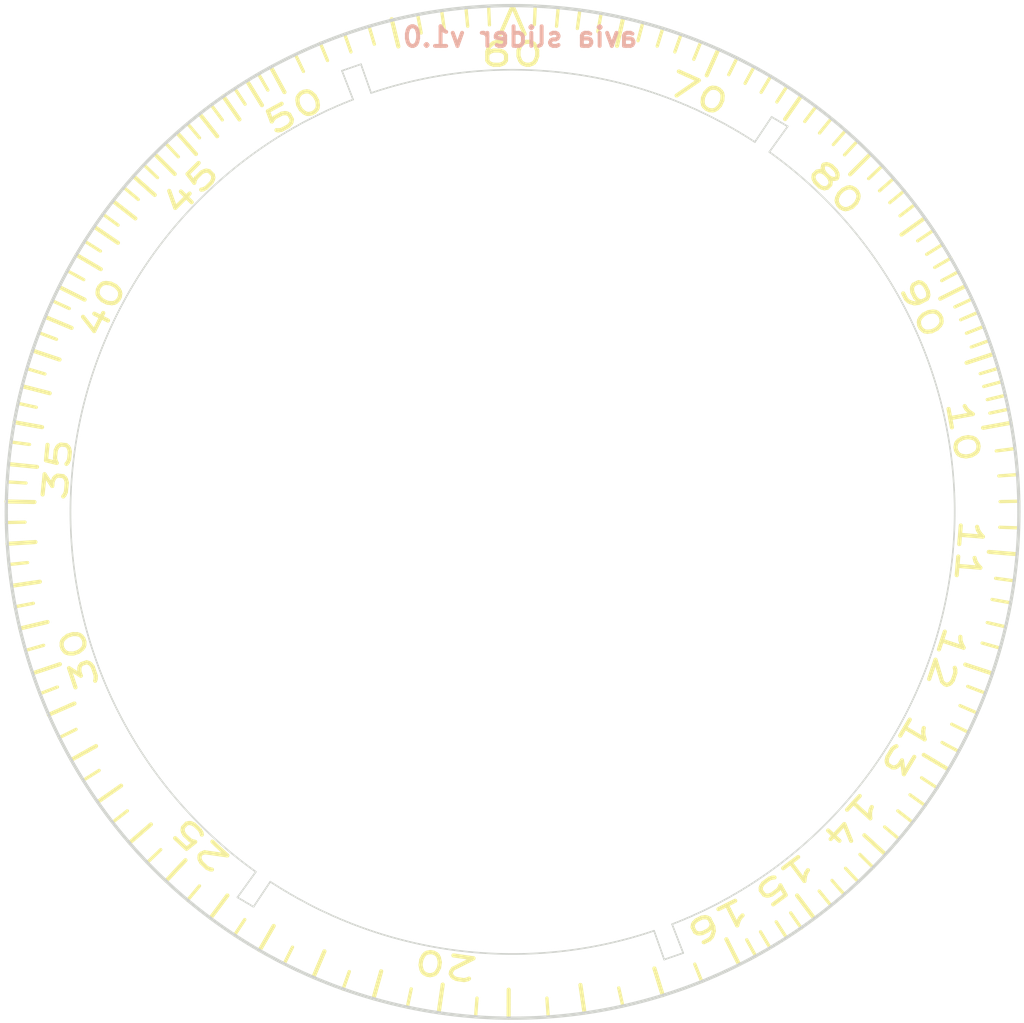
<source format=kicad_pcb>
(kicad_pcb (version 20211014) (generator pcbnew)

  (general
    (thickness 1.6)
  )

  (paper "A4")
  (layers
    (0 "F.Cu" signal)
    (31 "B.Cu" signal)
    (32 "B.Adhes" user "B.Adhesive")
    (33 "F.Adhes" user "F.Adhesive")
    (34 "B.Paste" user)
    (35 "F.Paste" user)
    (36 "B.SilkS" user "B.Silkscreen")
    (37 "F.SilkS" user "F.Silkscreen")
    (38 "B.Mask" user)
    (39 "F.Mask" user)
    (40 "Dwgs.User" user "User.Drawings")
    (41 "Cmts.User" user "User.Comments")
    (42 "Eco1.User" user "User.Eco1")
    (43 "Eco2.User" user "User.Eco2")
    (44 "Edge.Cuts" user)
    (45 "Margin" user)
    (46 "B.CrtYd" user "B.Courtyard")
    (47 "F.CrtYd" user "F.Courtyard")
    (48 "B.Fab" user)
    (49 "F.Fab" user)
    (50 "User.1" user "Dimensions")
    (51 "User.2" user)
    (52 "User.3" user "MinutesReference")
    (53 "User.4" user)
    (54 "User.5" user)
    (55 "User.6" user)
    (56 "User.7" user)
    (57 "User.8" user)
    (58 "User.9" user)
  )

  (setup
    (stackup
      (layer "F.SilkS" (type "Top Silk Screen"))
      (layer "F.Paste" (type "Top Solder Paste"))
      (layer "F.Mask" (type "Top Solder Mask") (thickness 0.01))
      (layer "F.Cu" (type "copper") (thickness 0.035))
      (layer "dielectric 1" (type "core") (thickness 1.51) (material "FR4") (epsilon_r 4.5) (loss_tangent 0.02))
      (layer "B.Cu" (type "copper") (thickness 0.035))
      (layer "B.Mask" (type "Bottom Solder Mask") (thickness 0.01))
      (layer "B.Paste" (type "Bottom Solder Paste"))
      (layer "B.SilkS" (type "Bottom Silk Screen"))
      (copper_finish "None")
      (dielectric_constraints no)
    )
    (pad_to_mask_clearance 0)
    (pcbplotparams
      (layerselection 0x0000020_7ffffffe)
      (disableapertmacros false)
      (usegerberextensions false)
      (usegerberattributes true)
      (usegerberadvancedattributes true)
      (creategerberjobfile true)
      (svguseinch false)
      (svgprecision 6)
      (excludeedgelayer false)
      (plotframeref false)
      (viasonmask false)
      (mode 1)
      (useauxorigin false)
      (hpglpennumber 1)
      (hpglpenspeed 20)
      (hpglpendiameter 15.000000)
      (dxfpolygonmode true)
      (dxfimperialunits true)
      (dxfusepcbnewfont true)
      (psnegative true)
      (psa4output false)
      (plotreference true)
      (plotvalue true)
      (plotinvisibletext false)
      (sketchpadsonfab false)
      (subtractmaskfromsilk false)
      (outputformat 4)
      (mirror false)
      (drillshape 0)
      (scaleselection 1)
      (outputdirectory "out/")
    )
  )

  (net 0 "")

  (gr_line (start 151.14 79.65) (end 150.77 80.51) (layer "F.SilkS") (width 0.12) (tstamp 16da3d50-3a88-4c6d-93b4-2e835bbfa670))
  (gr_line (start 151.51 80.51) (end 151.14 79.65) (layer "F.SilkS") (width 0.12) (tstamp 8b37bcd3-1f84-419d-844b-5fe34bfcf9fe))
  (gr_line (start 156.35 108.57) (end 155.77 108.77) (layer "Edge.Cuts") (width 0.05) (tstamp 0bd56dd6-cb94-4e9e-9372-34abd986bc71))
  (gr_line (start 155.77 108.77) (end 155.46 107.89) (layer "Edge.Cuts") (width 0.05) (tstamp 1981b1d4-39a9-4f1e-adf5-95fabe74dc07))
  (gr_line (start 143.23 107.16) (end 142.74 106.87) (layer "Edge.Cuts") (width 0.05) (tstamp 1c585fb4-d54a-47ad-af27-cf5b0dcce64e))
  (gr_arc (start 143.3 106.089999) (mid 137.745961 93.413172) (end 146.269724 82.509286) (layer "Edge.Cuts") (width 0.05) (tstamp 315f4fab-74f8-49a9-94ed-732a7608f969))
  (gr_arc (start 158.98 84.110001) (mid 164.534039 96.786828) (end 156.010276 107.690714) (layer "Edge.Cuts") (width 0.05) (tstamp 4c472cc1-1f18-4f6d-8aa1-ff634f88ac1c))
  (gr_arc (start 146.82 82.31) (mid 152.851656 81.70908) (end 158.538232 83.80785) (layer "Edge.Cuts") (width 0.05) (tstamp 558d4ede-2d3f-4b1e-bb12-3e5b5f04f41f))
  (gr_line (start 146.51 81.43) (end 146.82 82.31) (layer "Edge.Cuts") (width 0.05) (tstamp 63f585c9-ca57-468e-ae77-85ca21156191))
  (gr_line (start 159.05 83.04) (end 159.54 83.33) (layer "Edge.Cuts") (width 0.05) (tstamp 6c9235c9-17a3-4d7c-a3a5-39c7320e31bd))
  (gr_line (start 143.23 107.16) (end 143.741677 106.392289) (layer "Edge.Cuts") (width 0.05) (tstamp 6ea1ed98-7e01-44c0-9006-307e50c4acf8))
  (gr_line (start 146.27 82.51) (end 145.93 81.63) (layer "Edge.Cuts") (width 0.05) (tstamp 734854b9-5bf8-42b5-b5e2-0a1a404edb29))
  (gr_line (start 156.01 107.69) (end 156.35 108.57) (layer "Edge.Cuts") (width 0.05) (tstamp 7562808a-fd89-427c-a732-ee7e7061f7a3))
  (gr_line (start 145.93 81.63) (end 146.51 81.43) (layer "Edge.Cuts") (width 0.05) (tstamp 8142a48f-8a7a-428b-b01c-df7b99e07416))
  (gr_line (start 142.74 106.87) (end 143.3 106.09) (layer "Edge.Cuts") (width 0.05) (tstamp 9c874fe6-a9c4-4168-b281-94acaa9eb70a))
  (gr_circle (center 151.14 95.1) (end 166.6 95.1) (layer "Edge.Cuts") (width 0.1) (fill none) (tstamp ac1188c2-bdc9-45c1-bc9e-3aee25e5cd51))
  (gr_line (start 159.54 83.33) (end 158.98 84.11) (layer "Edge.Cuts") (width 0.05) (tstamp ac4365f6-9b7f-420f-8430-44fd97b929e4))
  (gr_arc (start 155.46 107.89) (mid 149.428344 108.49092) (end 143.741768 106.39215) (layer "Edge.Cuts") (width 0.05) (tstamp d6f39661-1f42-4f1c-a689-cf5179468c93))
  (gr_line (start 159.05 83.04) (end 158.538323 83.807711) (layer "Edge.Cuts") (width 0.05) (tstamp e888b29c-1556-45fb-834b-aff05805a24b))
  (gr_circle (center 151.14 95.1) (end 151.2 95.1) (layer "User.2") (width 0.1) (fill none) (tstamp 3a9f785a-4f86-4ec8-916d-7751c2deb281))
  (gr_line (start 165.373038 88.763043) (end 164.834046 89.003018) (layer "User.3") (width 0.1) (tstamp 00ae6d00-c1c6-4873-8765-3171dba1b311))
  (gr_line (start 149.511447 79.605349) (end 149.573119 80.192117) (layer "User.3") (width 0.1) (tstamp 00d3d01a-1e90-44ee-bb93-bf9315582344))
  (gr_line (start 161.565055 83.521804) (end 159.945759 85.320214) (layer "User.3") (width 0.1) (tstamp 01af8d85-8404-4f25-954d-3ad8e919dace))
  (gr_line (start 140.959707 106.893983) (end 141.345225 106.447356) (layer "User.3") (width 0.1) (tstamp 0231c3b9-031c-49e3-b21d-831be3a762f6))
  (gr_line (start 158.93 108.592676) (end 158.635 108.081721) (layer "User.3") (width 0.1) (tstamp 025b6941-78e7-4801-9624-fd5193cf1e46))
  (gr_line (start 153.738257 110.461818) (end 153.639863 109.88008) (layer "User.3") (width 0.1) (tstamp 0315fbc3-1108-4132-b67e-3f097d35aa26))
  (gr_line (start 151.466283 79.523417) (end 151.453927 80.113288) (layer "User.3") (width 0.1) (tstamp 0368a2f6-3901-46dd-85b9-bef9919898e0))
  (gr_line (start 135.778182 97.698257) (end 136.35992 97.599863) (layer "User.3") (width 0.1) (tstamp 03e1c74b-3884-472c-853f-f9e4fea3b661))
  (gr_line (start 146.325515 80.282539) (end 147.073336 82.584096) (layer "User.3") (width 0.1) (tstamp 0447aa4c-c1a0-4a86-b832-defc5f60a066))
  (gr_line (start 146.325515 80.282539) (end 146.507835 80.843662) (layer "User.3") (width 0.1) (tstamp 0490dd90-d494-4ea9-96e4-2d934ea50c56))
  (gr_line (start 166.146073 99.289771) (end 165.577807 99.131108) (layer "User.3") (width 0.1) (tstamp 04b6c7f8-7bdf-4b73-982e-0770b0356e1a))
  (gr_line (start 163.144596 85.168934) (end 162.689993 85.545014) (layer "User.3") (width 0.1) (tstamp 05d42bc7-5ac8-47fd-9fbc-d943e0254666))
  (gr_line (start 165.957461 99.914485) (end 163.655904 99.166664) (layer "User.3") (width 0.1) (tstamp 064645f6-6cf8-4888-a46c-ee05ecf40804))
  (gr_line (start 139.782669 105.765244) (end 140.21276 105.361361) (layer "User.3") (width 0.1) (tstamp 08342e9c-b51f-4dbd-b820-fa900ad7f92f))
  (gr_line (start 158.067416 109.055189) (end 157.805081 108.526719) (layer "User.3") (width 0.1) (tstamp 0860654a-42fa-4cee-a463-a4191994bd52))
  (gr_line (start 156.263742 80.386616) (end 156.069711 80.943798) (layer "User.3") (width 0.1) (tstamp 091b834d-d00c-49c4-a573-62a26c430909))
  (gr_line (start 136.777372 101.137493) (end 137.321271 100.908859) (layer "User.3") (width 0.1) (tstamp 09552e01-647c-42db-a75b-e373310c9cec))
  (gr_line (start 153.415974 79.687137) (end 153.329785 80.270808) (layer "User.3") (width 0.1) (tstamp 09774b3f-9cb5-4bdc-9ade-855dbcb18e63))
  (gr_line (start 152.443701 79.574641) (end 152.394331 80.162572) (layer "User.3") (width 0.1) (tstamp 09b16476-11d6-47d6-92e2-f07ef1f44a13))
  (gr_line (start 143.921848 108.907052) (end 144.195193 108.384192) (layer "User.3") (width 0.1) (tstamp 09de6803-ce82-496b-8d6d-e55178be8d34))
  (gr_line (start 136.906962 101.436957) (end 139.117742 100.452654) (layer "User.3") (width 0.1) (tstamp 0b99c7ed-9316-4919-a4ba-fc4dac6503e9))
  (gr_line (start 141.982306 82.495515) (end 143.404746 84.453336) (layer "User.3") (width 0.1) (tstamp 0d872b41-4acc-4380-9a09-de962c3c768a))
  (gr_line (start 149.187308 79.642853) (end 149.261255 80.228201) (layer "User.3") (width 0.1) (tstamp 0e331638-119a-4d8a-9274-ff1ad27615c4))
  (gr_line (start 138.346495 86.208283) (end 138.830973 86.545004) (layer "User.3") (width 0.1) (tstamp 0f0774df-c5e2-475c-843c-28bc10a2a2bd))
  (gr_line (start 155.643115 110.015038) (end 155.472586 109.450219) (layer "User.3") (width 0.1) (tstamp 0fa4bea7-b169-457f-9f03-4cb28c488720))
  (gr_line (start 162.497331 105.765244) (end 162.06724 105.361361) (layer "User.3") (width 0.1) (tstamp 10da26fd-af83-4b3e-a48c-eade84a114ad))
  (gr_line (start 154.379264 110.33954) (end 154.256596 109.762433) (layer "User.3") (width 0.1) (tstamp 10e19228-77f3-4e8a-bbfd-8a0645786473))
  (gr_line (start 135.835965 92.180599) (end 136.415514 92.291154) (layer "User.3") (width 0.1) (tstamp 136c3c82-3743-454a-bf5a-8f8fa84ad754))
  (gr_line (start 135.971641 91.542293) (end 136.546053 91.67702) (layer "User.3") (width 0.1) (tstamp 15a8eeac-67f1-40d0-b2a9-88d0c91efff7))
  (gr_line (start 146.325515 109.917461) (end 146.507835 109.356338) (layer "User.3") (width 0.1) (tstamp 1645c3cf-bb8e-4a42-9771-e90990c655b1))
  (gr_line (start 148.220599 79.795965) (end 148.331154 80.375514) (layer "User.3") (width 0.1) (tstamp 170fb2db-dfab-47a5-98d2-05bf613231e5))
  (gr_line (start 166.634651 93.471447) (end 166.047883 93.533119) (layer "User.3") (width 0.1) (tstamp 17cab018-900c-4f01-917f-14f7d0572280))
  (gr_line (start 147.582293 110.268359) (end 147.71702 109.693947) (layer "User.3") (width 0.1) (tstamp 1892b4f5-1d23-4ce1-83d9-ca260de69b9f))
  (gr_line (start 166.634651 96.728553) (end 164.227908 96.475594) (layer "User.3") (width 0.1) (tstamp 18afc648-b4a1-4fc6-b214-eabf9723e750))
  (gr_line (start 142.248283 107.893505) (end 142.585004 107.409027) (layer "User.3") (width 0.1) (tstamp 1988d9bd-e3e3-46ea-b952-35a534a2a59a))
  (gr_line (start 138.930056 104.777482) (end 139.392435 104.411005) (layer "User.3") (width 0.1) (tstamp 198cc459-dbe4-406f-9394-18041e23293a))
  (gr_line (start 147.900736 110.33954) (end 148.023404 109.762433) (layer "User.3") (width 0.1) (tstamp 1d2094ab-b271-4ac9-8233-081aa0e7aaac))
  (gr_line (start 145.709248 80.497147) (end 145.914906 81.050143) (layer "User.3") (width 0.1) (tstamp 1db71eac-94a1-4326-abca-fb0bc579018e))
  (gr_line (start 159.210861 108.426575) (end 158.905225 107.92191) (layer "User.3") (width 0.1) (tstamp 1f9ace45-c8dc-4d34-8d5b-3e2d42d3a8b9))
  (gr_line (start 154.697707 79.931641) (end 154.56298 80.506053) (layer "User.3") (width 0.1) (tstamp 20c2caa3-4afb-4223-8165-4c251248217f))
  (gr_line (start 166.055038 90.596885) (end 165.490219 90.767414) (layer "User.3") (width 0.1) (tstamp 20cc99e6-151c-4bc4-9094-c3b772a1676a))
  (gr_line (start 166.716583 95.426283) (end 166.126712 95.413927) (layer "User.3") (width 0.1) (tstamp 215a0512-36eb-48e6-954e-51b571260b5a))
  (gr_line (start 162.718196 84.674945) (end 160.919786 86.294241) (layer "User.3") (width 0.1) (tstamp 21e05e7b-21df-4b2e-a135-a370c6ebb8e7))
  (gr_line (start 158.93 81.607324) (end 157.72 83.703105) (layer "User.3") (width 0.1) (tstamp 21f93158-1aee-4069-aa10-73e52a5d3b4a))
  (gr_line (start 166.055038 99.603115) (end 165.490219 99.432586) (layer "User.3") (width 0.1) (tstamp 22239dbc-462f-408f-b95d-c2e60e26334f))
  (gr_line (start 135.971641 98.657707) (end 136.546053 98.52298) (layer "User.3") (width 0.1) (tstamp 229641af-4eac-4b37-b02c-ba503e6614fc))
  (gr_line (start 166.716583 94.773717) (end 166.126712 94.786073) (layer "User.3") (width 0.1) (tstamp 22afe661-a0d3-4392-9c79-86e64913c787))
  (gr_line (start 148.220599 110.404035) (end 148.331154 109.824486) (layer "User.3") (width 0.1) (tstamp 23117354-165c-4b1c-ad97-df026a5da6eb))
  (gr_line (start 135.90046 98.339264) (end 138.267577 97.836118) (layer "User.3") (width 0.1) (tstamp 231cf4c1-5c19-467f-9f66-ff364c7bf47c))
  (gr_line (start 135.90046 98.339264) (end 136.477567 98.216596) (layer "User.3") (width 0.1) (tstamp 251aac1d-2fd8-42db-953d-3957982d2af3))
  (gr_line (start 147.900736 79.86046) (end 148.403882 82.227577) (layer "User.3") (width 0.1) (tstamp 2658f524-14b5-4e5f-b867-aa40df68b7cd))
  (gr_line (start 159.488181 81.945371) (end 159.172043 82.443524) (layer "User.3") (width 0.1) (tstamp 27cfa2e7-7645-4699-8f90-3b1ece62b712))
  (gr_line (start 140.714945 83.521804) (end 142.334241 85.320214) (layer "User.3") (width 0.1) (tstamp 284e4e36-547e-4c2a-b476-42ee7678c281))
  (gr_line (start 136.654082 89.364619) (end 137.20265 89.581812) (layer "User.3") (width 0.1) (tstamp 291fd3ef-3d0e-4c18-9797-a69fe470c208))
  (gr_line (start 166.37954 98.339264) (end 164.012423 97.836118) (layer "User.3") (width 0.1) (tstamp 29671f6b-2796-4a88-b0f4-67e68a6a3e55))
  (gr_line (start 136.322539 99.914485) (end 136.883662 99.732165) (layer "User.3") (width 0.1) (tstamp 2a07933d-442f-4406-a695-c4c68e95e6ec))
  (gr_line (start 152.768553 79.605349) (end 152.515594 82.012092) (layer "User.3") (width 0.1) (tstamp 2a106f2d-e239-4550-8f56-8218b8b1dc00))
  (gr_line (start 157.476957 80.866962) (end 157.236982 81.405954) (layer "User.3") (width 0.1) (tstamp 2a1c9acd-c193-46e9-b47c-9630c3dbe41f))
  (gr_line (start 136.322539 99.914485) (end 138.624096 99.166664) (layer "User.3") (width 0.1) (tstamp 2b7db4c9-b36b-469f-8bbe-8cda6b1dfa89))
  (gr_line (start 136.322539 90.285515) (end 136.883662 90.467835) (layer "User.3") (width 0.1) (tstamp 2c842e19-c2e7-4053-bf55-42413ec73391))
  (gr_line (start 162.933983 105.280293) (end 162.487356 104.894775) (layer "User.3") (width 0.1) (tstamp 2cec239c-5f79-459e-b710-0b2d4f63748a))
  (gr_line (start 135.90046 91.860736) (end 138.267577 92.363882) (layer "User.3") (width 0.1) (tstamp 2de9c627-b5a8-4af2-8d6a-f64134ae97a1))
  (gr_line (start 140.959707 83.306017) (end 141.345225 83.752644) (layer "User.3") (width 0.1) (tstamp 2dfa9505-5c1c-45cf-82f8-fca129064c69))
  (gr_line (start 142.248283 82.306495) (end 142.585004 82.790973) (layer "User.3") (width 0.1) (tstamp 2e244c3b-e284-4988-860f-e59448f02c0c))
  (gr_line (start 157.476957 109.333038) (end 157.236982 108.794046) (layer "User.3") (width 0.1) (tstamp 2f0a9e72-5d78-4127-a901-e347c05daf65))
  (gr_line (start 164.792858 87.594278) (end 164.275837 87.878513) (layer "User.3") (width 0.1) (tstamp 2f667f13-c1d5-4b76-a688-2d2bbfc98824))
  (gr_line (start 135.645349 96.728553) (end 136.232117 96.666881) (layer "User.3") (width 0.1) (tstamp 2fccd568-94bd-4709-9a26-2bf90132e0d1))
  (gr_line (start 149.836299 110.625359) (end 149.885669 110.037428) (layer "User.3") (width 0.1) (tstamp 30782ad2-9279-4772-88eb-b8c0aa32269c))
  (gr_line (start 153.415974 110.512863) (end 153.329785 109.929192) (layer "User.3") (width 0.1) (tstamp 30b03f30-e466-4ad7-8fd1-645478993f44))
  (gr_line (start 163.549936 104.519654) (end 163.079983 104.162941) (layer "User.3") (width 0.1) (tstamp 311234fd-5d9d-4630-be45-b54b48ff4510))
  (gr_line (start 146.016258 80.386616) (end 146.210289 80.943798) (layer "User.3") (width 0.1) (tstamp 31f35944-501c-4aba-abe8-76a41714ebef))
  (gr_line (start 154.059401 110.404035) (end 153.948846 109.824486) (layer "User.3") (width 0.1) (tstamp 323d3ef3-b55a-497a-b57a-9b97c9321cf8))
  (gr_line (start 153.738257 79.738182) (end 153.639863 80.31992) (layer "User.3") (width 0.1) (tstamp 338856d5-a9bd-4efe-825b-6ef7e2010179))
  (gr_line (start 152.768553 110.594651) (end 152.706881 110.007883) (layer "User.3") (width 0.1) (tstamp 3403b16a-7be6-42dd-bb5d-d9439264f7a7))
  (gr_line (start 138.930056 85.422518) (end 139.392435 85.788995) (layer "User.3") (width 0.1) (tstamp 347ae8cb-6e0d-4dd2-afee-b886789736cf))
  (gr_line (start 135.563417 95.426283) (end 136.153288 95.413927) (layer "User.3") (width 0.1) (tstamp 348564b8-f429-4962-8fc1-c7fb287cb3cc))
  (gr_line (start 141.208934 83.095404) (end 141.585014 83.550007) (layer "User.3") (width 0.1) (tstamp 34c045e4-b51e-4893-80e0-9b4d3b7ab63f))
  (gr_line (start 147.265412 110.190526) (end 147.412139 109.619062) (layer "User.3") (width 0.1) (tstamp 34c36eba-5e78-4670-bad3-4b07a3ad4138))
  (gr_line (start 138.535515 85.942306) (end 139.012835 86.289099) (layer "User.3") (width 0.1) (tstamp 34dd5275-9ecb-4b71-adea-2de79beea09d))
  (gr_line (start 151.466283 110.676583) (end 151.453927 110.086712) (layer "User.3") (width 0.1) (tstamp 35812f80-c0a8-450a-a142-6d950c763207))
  (gr_line (start 165.742853 89.669248) (end 165.189857 89.874906) (layer "User.3") (width 0.1) (tstamp 35afcebb-c883-4e70-a169-2e5591ee6f88))
  (gr_line (start 165.853384 89.976258) (end 165.296202 90.170289) (layer "User.3") (width 0.1) (tstamp 35ffdabf-8932-4a09-a7fc-8dfd1b2ab4d6))
  (gr_line (start 161.805244 83.742669) (end 161.401361 84.17276) (layer "User.3") (width 0.1) (tstamp 3605a96b-7dec-44fd-8851-2f2c8d479475))
  (gr_line (start 147.582293 79.931641) (end 147.71702 80.506053) (layer "User.3") (width 0.1) (tstamp 3649d16f-f4f6-400b-af57-b84572df9d4e))
  (gr_line (start 136.537147 100.530752) (end 137.090143 100.325094) (layer "User.3") (width 0.1) (tstamp 37099928-a926-420c-8e28-8302480e8833))
  (gr_line (start 135.835965 98.019401) (end 136.415514 97.908846) (layer "User.3") (width 0.1) (tstamp 383296c7-4350-4451-8737-f4cabadc0322))
  (gr_line (start 160.297694 82.495515) (end 159.950901 82.972835) (layer "User.3") (width 0.1) (tstamp 3883fae8-b3c3-49ec-8a55-0a43f9051c2b))
  (gr_line (start 138.163087 103.72184) (end 138.654511 103.395339) (layer "User.3") (width 0.1) (tstamp 38e8d2ba-56d3-418d-b922-ac2174740b42))
  (gr_line (start 135.645349 93.471447) (end 136.232117 93.533119) (layer "User.3") (width 0.1) (tstamp 39641172-e3ea-44e5-935f-2e104d77f7da))
  (gr_line (start 163.933505 86.208283) (end 163.449027 86.545004) (layer "User.3") (width 0.1) (tstamp 396c621c-828c-4613-96a8-2937b9aa0f48))
  (gr_line (start 159.76184 108.076913) (end 159.435339 107.585489) (layer "User.3") (width 0.1) (tstamp 3a6e0a02-06f6-464a-b87b-8f1f4a07b7a5))
  (gr_line (start 158.067416 81.144811) (end 157.805081 81.673281) (layer "User.3") (width 0.1) (tstamp 3ce546af-6d74-433e-afc9-1076be725d2f))
  (gr_line (start 135.563417 94.773717) (end 136.153288 94.786073) (layer "User.3") (width 0.1) (tstamp 3d8a0a6e-564b-4416-88a3-d91d02a94b0f))
  (gr_line (start 166.634651 96.728553) (end 166.047883 96.666881) (layer "User.3") (width 0.1) (tstamp 3ecba121-a5f4-43f4-8be9-c361a1429d6e))
  (gr_line (start 140.474756 83.742669) (end 140.878639 84.17276) (layer "User.3") (width 0.1) (tstamp 4018ed94-f62e-46a5-a18a-8c1b76205e07))
  (gr_line (start 135.573666 95.752423) (end 136.163148 95.727716) (layer "User.3") (width 0.1) (tstamp 41330ef1-a413-497d-8679-65cc8f672edf))
  (gr_line (start 159.76184 82.123087) (end 159.435339 82.614511) (layer "User.3") (width 0.1) (tstamp 43611899-bbcc-48d9-963c-97d378dd37e8))
  (gr_line (start 166.634651 93.471447) (end 164.227908 93.724406) (layer "User.3") (width 0.1) (tstamp 44ad9a74-9e03-4d5a-95ea-0110c7e99724))
  (gr_line (start 139.346017 84.919707) (end 139.792644 85.305225) (layer "User.3") (width 0.1) (tstamp 44cc46c4-ee96-4d3c-b0d9-87b9305ff287))
  (gr_line (start 166.308359 91.542293) (end 165.733947 91.67702) (layer "User.3") (width 0.1) (tstamp 452feb7b-33a1-4c77-be8d-2477254fa0a7))
  (gr_line (start 136.133927 90.910229) (end 136.702193 91.068892) (layer "User.3") (width 0.1) (tstamp 455fed2a-f466-4d07-a247-dfbcdbafca1e))
  (gr_line (start 138.346495 103.991717) (end 138.830973 103.654996) (layer "User.3") (width 0.1) (tstamp 465001cc-1b1a-4eb2-b00b-744c128cb125))
  (gr_line (start 164.116913 103.72184) (end 163.625489 103.395339) (layer "User.3") (width 0.1) (tstamp 46c4f378-df4c-488d-be17-6f03666d8bad))
  (gr_line (start 137.647324 102.89) (end 138.158279 102.595) (layer "User.3") (width 0.1) (tstamp 47c6ffe4-44f3-486a-a4d2-317f12173d84))
  (gr_line (start 166.444035 98.019401) (end 165.864486 97.908846) (layer "User.3") (width 0.1) (tstamp 4867506d-1ace-4cbe-a9b0-7944de8b75c4))
  (gr_line (start 147.900736 79.86046) (end 148.023404 80.437567) (layer "User.3") (width 0.1) (tstamp 49b99d6f-b019-4222-8a86-13215fff48b2))
  (gr_line (start 138.730064 104.519654) (end 139.200017 104.162941) (layer "User.3") (width 0.1) (tstamp 4a1e2edc-e903-4fe3-a681-638403ff631b))
  (gr_line (start 155.954485 109.917461) (end 155.772165 109.356338) (layer "User.3") (width 0.1) (tstamp 4b8d3918-1e45-4b50-bca9-77676efed60f))
  (gr_line (start 155.329771 80.093927) (end 155.171108 80.662193) (layer "User.3") (width 0.1) (tstamp 4c2f8273-2b14-464e-9dda-52cbb79a377e))
  (gr_line (start 166.552863 97.375974) (end 165.969192 97.289785) (layer "User.3") (width 0.1) (tstamp 4c4ce844-47e9-4773-a30a-bd67049dd84b))
  (gr_line (start 142.791819 108.254629) (end 143.107957 107.756476) (layer "User.3") (width 0.1) (tstamp 4ce5c576-5748-474b-a9f1-f28673465b37))
  (gr_line (start 135.682853 97.052692) (end 136.268201 96.978745) (layer "User.3") (width 0.1) (tstamp 4cf12967-2e7e-450e-9bc3-d5f353589855))
  (gr_line (start 136.049474 98.974588) (end 136.620938 98.827861) (layer "User.3") (width 0.1) (tstamp 4cf7ea44-ba87-45c9-8814-c38fad74535f))
  (gr_line (start 145.102507 80.737372) (end 145.331141 81.281271) (layer "User.3") (width 0.1) (tstamp 4d1224a5-8da3-495c-828b-8512d48cb8d4))
  (gr_line (start 135.573666 94.447577) (end 136.163148 94.472284) (layer "User.3") (width 0.1) (tstamp 4f5d9721-2737-4298-8aa0-e415c23ddc58))
  (gr_line (start 158.93 108.592676) (end 157.72 106.496895) (layer "User.3") (width 0.1) (tstamp 50ca112f-b49e-45f4-8cfd-7260c3160940))
  (gr_line (start 158.645722 108.752858) (end 158.361487 108.235837) (layer "User.3") (width 0.1) (tstamp 5151ac8d-0397-4950-8de9-675bcd38b2e8))
  (gr_line (start 141.720346 107.509936) (end 142.077059 107.039983) (layer "User.3") (width 0.1) (tstamp 51650def-b9bc-4ce8-83c6-fc284d4bff15))
  (gr_line (start 135.56 95.1) (end 137.98 95.1) (layer "User.3") (width 0.1) (tstamp 52556056-42f3-4b76-884e-410f6348b955))
  (gr_line (start 139.561804 84.674945) (end 140.000259 85.069732) (layer "User.3") (width 0.1) (tstamp 529d09cb-12a6-471f-930c-7cb377a2de1e))
  (gr_line (start 139.561804 84.674945) (end 141.360214 86.294241) (layer "User.3") (width 0.1) (tstamp 535e42c8-e74f-4520-9e70-9bb40e2c334e))
  (gr_line (start 160.559654 82.690064) (end 160.202941 83.160017) (layer "User.3") (width 0.1) (tstamp 5409c45c-2b2a-438c-9bed-a39c94360805))
  (gr_line (start 139.561804 105.525055) (end 140.000259 105.130268) (layer "User.3") (width 0.1) (tstamp 54ac49be-5fc6-42c1-a344-cea22b433d5d))
  (gr_line (start 154.379264 110.33954) (end 153.876118 107.972423) (layer "User.3") (width 0.1) (tstamp 575929c7-3a71-458d-8ae8-ff84889cd599))
  (gr_line (start 139.135404 85.168934) (end 139.590007 85.545014) (layer "User.3") (width 0.1) (tstamp 575ac918-4a6a-45ae-abd7-c6cd6ab33ea4))
  (gr_line (start 149.511447 79.605349) (end 149.764406 82.012092) (layer "User.3") (width 0.1) (tstamp 58c9c7c7-7c9d-48ba-9655-51f4aa8610cb))
  (gr_line (start 164.466575 87.029139) (end 163.96191 87.334775) (layer "User.3") (width 0.1) (tstamp 593c7934-2eb2-4e20-b47a-aea09dc950e9))
  (gr_line (start 160.817482 82.890056) (end 160.451005 83.352435) (layer "User.3") (width 0.1) (tstamp 5a39929f-571b-4513-8989-8e9b71747970))
  (gr_line (start 165.095189 102.027416) (end 164.566719 101.765081) (layer "User.3") (width 0.1) (tstamp 5b0e27b2-f65a-4f67-b8e4-bc4d10721356))
  (gr_line (start 145.404619 80.614082) (end 145.621812 81.16265) (layer "User.3") (width 0.1) (tstamp 5c43d99a-caa9-4d62-b2cc-b1f533da4e1c))
  (gr_line (start 135.590744 96.078276) (end 136.17958 96.04123) (layer "User.3") (width 0.1) (tstamp 5da82bf8-b6ff-4b6c-834d-b42b8b38c5a6))
  (gr_line (start 136.537147 89.669248) (end 137.090143 89.874906) (layer "User.3") (width 0.1) (tstamp 5e0bf4ca-a21b-46e1-85dc-16481b2457b6))
  (gr_line (start 161.320293 106.893983) (end 160.934775 106.447356) (layer "User.3") (width 0.1) (tstamp 5f7ed87c-d79a-4c82-96b9-10a618a5d4ea))
  (gr_line (start 140.474756 106.457331) (end 140.878639 106.02724) (layer "User.3") (width 0.1) (tstamp 5f8fb5f4-444c-4458-be4d-aec4b96e9ad4))
  (gr_line (start 137.813425 87.029139) (end 138.31809 87.334775) (layer "User.3") (width 0.1) (tstamp 6042b745-62cb-46f7-9141-469efff00fbe))
  (gr_line (start 161.071066 83.095404) (end 160.694986 83.550007) (layer "User.3") (width 0.1) (tstamp 60d96c5d-b881-41c4-b05f-f3dc84b7be81))
  (gr_line (start 166.230526 98.974588) (end 165.659062 98.827861) (layer "User.3") (width 0.1) (tstamp 60fc3e38-d8a3-431a-8d2b-beb645c42ff1))
  (gr_line (start 140.008516 84.199245) (end 140.430055 84.612046) (layer "User.3") (width 0.1) (tstamp 614676af-ba09-4f04-af7d-e05cd98d9e04))
  (gr_line (start 144.803043 109.333038) (end 145.787346 107.122258) (layer "User.3") (width 0.1) (tstamp 61818db0-9aa9-44a4-8634-3a86b3da1eab))
  (gr_line (start 160.297694 107.704485) (end 158.875254 105.746664) (layer "User.3") (width 0.1) (tstamp 61bfe0fc-8ca1-4733-a017-6c47af0a8e88))
  (gr_line (start 156.570752 80.497147) (end 156.365094 81.050143) (layer "User.3") (width 0.1) (tstamp 61e82b1c-3da9-4b60-845b-624543693a04))
  (gr_line (start 152.118276 79.550744) (end 152.08123 80.13958) (layer "User.3") (width 0.1) (tstamp 63034549-1b06-4a37-b887-f97deece771c))
  (gr_line (start 153.092692 110.557147) (end 153.018745 109.971799) (layer "User.3") (width 0.1) (tstamp 6355bdd0-ace7-4a65-a8c4-cd9316237aa6))
  (gr_line (start 165.373038 101.436957) (end 163.162258 100.452654) (layer "User.3") (width 0.1) (tstamp 64564f0c-1bc8-499c-84f9-d6dfc0ee27c6))
  (gr_line (start 135.682853 93.147308) (end 136.268201 93.221255) (layer "User.3") (width 0.1) (tstamp 648ebb98-c0d1-4219-a71a-125ac9247ce3))
  (gr_line (start 138.163087 86.47816) (end 138.654511 86.804661) (layer "User.3") (width 0.1) (tstamp 64f2a433-1887-4329-89a4-bd9c876ef2e1))
  (gr_line (start 140.008516 106.000755) (end 140.430055 105.587954) (layer "User.3") (width 0.1) (tstamp 659dae8c-2f10-4833-9fa1-2b5ae6a8905a))
  (gr_line (start 137.647324 87.31) (end 138.158279 87.605) (layer "User.3") (width 0.1) (tstamp 672cdab8-3b35-4479-abcc-6ca22111c46b))
  (gr_line (start 136.906962 101.436957) (end 137.445954 101.196982) (layer "User.3") (width 0.1) (tstamp 6749f743-1db3-46ef-86af-46d361d0b505))
  (gr_line (start 165.373038 88.763043) (end 163.162258 89.747346) (layer "User.3") (width 0.1) (tstamp 674b7114-2764-4f22-b07b-6b4d99cc601e))
  (gr_line (start 153.092692 79.642853) (end 153.018745 80.228201) (layer "User.3") (width 0.1) (tstamp 6825c99a-9f18-4d24-aeaa-9195ca7c9763))
  (gr_line (start 136.426616 100.223742) (end 136.983798 100.029711) (layer "User.3") (width 0.1) (tstamp 6987eef7-edef-4881-b489-0732322f0186))
  (gr_line (start 159.488181 108.254629) (end 159.172043 107.756476) (layer "User.3") (width 0.1) (tstamp 6cfb0dce-2f5b-42f6-893a-c6ebd38e0311))
  (gr_line (start 143.35 81.607324) (end 143.645 82.118279) (layer "User.3") (width 0.1) (tstamp 6de5b1fc-4913-412a-b65a-860611210984))
  (gr_line (start 165.502628 89.062507) (end 164.958729 89.291141) (layer "User.3") (width 0.1) (tstamp 6e95233f-0a11-4e72-9c30-6d880138d4db))
  (gr_line (start 165.237205 101.733641) (end 164.703357 101.482431) (layer "User.3") (width 0.1) (tstamp 6ea6655d-360b-4458-83ae-7220cac8b25b))
  (gr_line (start 166.37954 91.860736) (end 165.802433 91.983404) (layer "User.3") (width 0.1) (tstamp 6ffa6318-44a0-40a8-8485-ef57c693c1be))
  (gr_line (start 155.014588 80.009474) (end 154.867861 80.580938) (layer "User.3") (width 0.1) (tstamp 7021cd2a-31ca-4cd4-a27a-6fd426f135bc))
  (gr_line (start 166.706334 95.752423) (end 166.116852 95.727716) (layer "User.3") (width 0.1) (tstamp 702ab606-80c6-4aa3-80bf-2a5e6f2e3ddc))
  (gr_line (start 136.654082 100.835381) (end 137.20265 100.618188) (layer "User.3") (width 0.1) (tstamp 71b7999d-6301-4cda-a2a4-f7472d39b759))
  (gr_line (start 155.954485 109.917461) (end 155.206664 107.615904) (layer "User.3") (width 0.1) (tstamp 71c7a3c8-7f77-48b9-a696-a50972483e82))
  (gr_line (start 137.332948 87.881848) (end 137.855808 88.155193) (layer "User.3") (width 0.1) (tstamp 7265b657-5716-4138-9050-f2c786195394))
  (gr_line (start 164.792858 102.605722) (end 164.275837 102.321487) (layer "User.3") (width 0.1) (tstamp 728d8232-b4d8-4ba1-96e1-bd9d9cd784aa))
  (gr_line (start 163.744485 85.942306) (end 163.267165 86.289099) (layer "User.3") (width 0.1) (tstamp 72a72622-d3fa-4556-a0c0-59dae4345820))
  (gr_line (start 151.14 110.68) (end 151.14 110.09) (layer "User.3") (width 0.1) (tstamp 731cb8d7-8338-4370-9da5-2dc0da9f1c50))
  (gr_line (start 157.773641 109.197205) (end 157.522431 108.663357) (layer "User.3") (width 0.1) (tstamp 73d7832b-92ab-45c9-9e28-9debe62bf08c))
  (gr_line (start 137.487142 102.605722) (end 138.004163 102.321487) (layer "User.3") (width 0.1) (tstamp 74559569-d748-437b-858f-22f8d29f55e0))
  (gr_line (start 148.864026 79.687137) (end 148.950215 80.270808) (layer "User.3") (width 0.1) (tstamp 75f99c4b-6f78-45ec-9d67-283122a85a9f))
  (gr_line (start 163.349944 85.422518) (end 162.887565 85.788995) (layer "User.3") (width 0.1) (tstamp 7772d0cf-e18e-4697-be85-7616306325ae))
  (gr_line (start 137.647324 102.89) (end 139.743105 101.68) (layer "User.3") (width 0.1) (tstamp 77da012b-d936-4780-825a-642eb73bcb10))
  (gr_line (start 155.643115 80.184962) (end 155.472586 80.749781) (layer "User.3") (width 0.1) (tstamp 78c17dc0-0ddb-405d-a53b-ce692dfedd05))
  (gr_line (start 157.773641 81.002795) (end 157.522431 81.536643) (layer "User.3") (width 0.1) (tstamp 78da6aeb-2a83-41f1-8611-7daf373a64c6))
  (gr_line (start 165.502628 101.137493) (end 164.958729 100.908859) (layer "User.3") (width 0.1) (tstamp 794d29b3-d899-44c1-9282-8b33806ff9c0))
  (gr_line (start 166.444035 92.180599) (end 165.864486 92.291154) (layer "User.3") (width 0.1) (tstamp 7969ec33-3e79-454c-a988-ba4e1959c320))
  (gr_line (start 151.14 110.68) (end 151.14 108.26) (layer "User.3") (width 0.1) (tstamp 79bf708a-bae0-4bcf-8905-9fe14d58f787))
  (gr_line (start 136.322539 90.285515) (end 138.624096 91.033336) (layer "User.3") (width 0.1) (tstamp 79e7bf2b-0ade-4a47-85d3-bb5fb0961f42))
  (gr_line (start 138.535515 104.257694) (end 140.493336 102.835254) (layer "User.3") (width 0.1) (tstamp 7ad4f00b-8001-4003-ac03-e0b32d3173c0))
  (gr_line (start 152.443701 110.625359) (end 152.394331 110.037428) (layer "User.3") (width 0.1) (tstamp 7b5e7040-4637-4d70-b17f-695b90dbdbc7))
  (gr_line (start 162.040755 106.231484) (end 161.627954 105.809945) (layer "User.3") (width 0.1) (tstamp 7c182b53-c717-4db4-9fd2-9c62f80435b3))
  (gr_line (start 165.742853 100.530752) (end 165.189857 100.325094) (layer "User.3") (width 0.1) (tstamp 7c355a9b-43f2-4ae7-9e37-7abe85b3647a))
  (gr_line (start 143.634278 108.752858) (end 143.918513 108.235837) (layer "User.3") (width 0.1) (tstamp 7d35b0fe-41d8-4432-a3b6-d5fce0038df2))
  (gr_line (start 145.404619 109.585918) (end 145.621812 109.03735) (layer "User.3") (width 0.1) (tstamp 7d3c3e19-5fe1-45b3-9336-a76a6e364b5e))
  (gr_line (start 165.957461 90.285515) (end 163.655904 91.033336) (layer "User.3") (width 0.1) (tstamp 7dc3aa4d-0913-49bf-bf5f-6e6cbbfa8a98))
  (gr_line (start 137.042795 88.466359) (end 137.576643 88.717569) (layer "User.3") (width 0.1) (tstamp 7e8d97ea-0927-44ca-9667-004af451cf32))
  (gr_line (start 135.590744 94.121724) (end 136.17958 94.15877) (layer "User.3") (width 0.1) (tstamp 7eec04da-9438-4755-9232-eed46a1b0960))
  (gr_line (start 166.706334 94.447577) (end 166.116852 94.472284) (layer "User.3") (width 0.1) (tstamp 7f3bcb25-1c89-43f8-b5cc-838ab55541b7))
  (gr_line (start 150.161724 79.550744) (end 150.19877 80.13958) (layer "User.3") (width 0.1) (tstamp 803dd900-0a63-4cba-a0bc-d61be0ad5838))
  (gr_line (start 152.768553 110.594651) (end 152.515594 108.187908) (layer "User.3") (width 0.1) (tstamp 820c1ad6-4192-4972-b852-67e08086a9b2))
  (gr_line (start 152.118276 110.649256) (end 152.08123 110.06042) (layer "User.3") (width 0.1) (tstamp 82a65df2-c8e3-4e46-9530-fa53bc64b163))
  (gr_line (start 137.985371 86.751819) (end 138.483524 87.067957) (layer "User.3") (width 0.1) (tstamp 82b87685-48a8-44cf-a638-5290f7e49cbd))
  (gr_line (start 154.697707 110.268359) (end 154.56298 109.693947) (layer "User.3") (width 0.1) (tstamp 84397668-a68d-462e-bb58-2f714e8bfd86))
  (gr_line (start 136.224962 99.603115) (end 136.789781 99.432586) (layer "User.3") (width 0.1) (tstamp 8675ad21-b93d-4200-bbee-c7990c022099))
  (gr_line (start 144.212584 109.055189) (end 144.474919 108.526719) (layer "User.3") (width 0.1) (tstamp 86aa55f4-87a8-459d-ad8f-eb8e7f853a69))
  (gr_line (start 156.570752 109.702853) (end 156.365094 109.149857) (layer "User.3") (width 0.1) (tstamp 874c8577-3a90-4da8-bb61-f34cc53c7719))
  (gr_line (start 141.462518 107.309944) (end 141.828995 106.847565) (layer "User.3") (width 0.1) (tstamp 87b1b4ea-7957-465f-878c-07c4e902f74b))
  (gr_line (start 161.071066 107.104596) (end 160.694986 106.649993) (layer "User.3") (width 0.1) (tstamp 87c309b3-e270-4c16-9f43-4743ba554c1e))
  (gr_line (start 166.146073 90.910229) (end 165.577807 91.068892) (layer "User.3") (width 0.1) (tstamp 8951727d-0374-4dbb-ba62-93e02912ff00))
  (gr_line (start 146.636885 110.015038) (end 146.807414 109.450219) (layer "User.3") (width 0.1) (tstamp 8b3fc744-093c-4dce-ab1c-a26395df6689))
  (gr_line (start 139.561804 105.525055) (end 141.360214 103.905759) (layer "User.3") (width 0.1) (tstamp 8b66d158-6312-441d-8da6-0d1bbb2c4c52))
  (gr_line (start 137.985371 103.448181) (end 138.483524 103.132043) (layer "User.3") (width 0.1) (tstamp 8c2626f1-5796-44b5-86ed-6a11d278ea2d))
  (gr_line (start 165.853384 100.223742) (end 165.296202 100.029711) (layer "User.3") (width 0.1) (tstamp 8c4f706f-4e73-421b-a0e9-4559cc09d273))
  (gr_line (start 138.730064 85.680346) (end 139.200017 86.037059) (layer "User.3") (width 0.1) (tstamp 8c63c25b-14af-4f4a-b55b-cf958186e5ea))
  (gr_line (start 166.308359 98.657707) (end 165.733947 98.52298) (layer "User.3") (width 0.1) (tstamp 8d16f912-0d8d-4d78-a5a8-7040551b8445))
  (gr_line (start 162.497331 84.434756) (end 162.06724 84.838639) (layer "User.3") (width 0.1) (tstamp 8eeb7970-1415-4f55-a9b5-3e1f615e6bfc))
  (gr_line (start 162.718196 105.525055) (end 162.279741 105.130268) (layer "User.3") (width 0.1) (tstamp 8f644d6d-3c30-491b-994d-261aec836959))
  (gr_line (start 166.230526 91.225412) (end 165.659062 91.372139) (layer "User.3") (width 0.1) (tstamp 90966203-5afa-488c-a202-ff9ec0c16a1b))
  (gr_line (start 139.135404 105.031066) (end 139.590007 104.654986) (layer "User.3") (width 0.1) (tstamp 90f42785-ff8b-40e4-bb1b-38d48860fcf3))
  (gr_line (start 141.462518 82.890056) (end 141.828995 83.352435) (layer "User.3") (width 0.1) (tstamp 93042279-e876-4e7d-add8-ebe188ae09b6))
  (gr_line (start 136.133927 99.289771) (end 136.702193 99.131108) (layer "User.3") (width 0.1) (tstamp 948bb190-9d2e-4313-a554-f66395a7c283))
  (gr_line (start 156.875381 109.585918) (end 156.658188 109.03735) (layer "User.3") (width 0.1) (tstamp 952b2b2a-6c31-492c-a877-a6b86295938f))
  (gr_line (start 150.813717 110.676583) (end 150.826073 110.086712) (layer "User.3") (width 0.1) (tstamp 98c366f1-b633-4878-ae1a-7961a12fc016))
  (gr_line (start 162.933983 84.919707) (end 162.487356 85.305225) (layer "User.3") (width 0.1) (tstamp 9aa22526-d5a8-4e5b-87a5-0363ecca7620))
  (gr_line (start 143.35 108.592676) (end 144.56 106.496895) (layer "User.3") (width 0.1) (tstamp 9ab42338-f806-4078-b4c0-32c4e313bb46))
  (gr_line (start 140.714945 106.678196) (end 142.334241 104.879786) (layer "User.3") (width 0.1) (tstamp 9cf33a18-0168-42ba-b3d8-ff3cf84b5644))
  (gr_line (start 165.095189 88.172584) (end 164.566719 88.434919) (layer "User.3") (width 0.1) (tstamp 9d37fba9-42db-403e-a82d-1f4f1cefe452))
  (gr_line (start 166.689256 96.078276) (end 166.10042 96.04123) (layer "User.3") (width 0.1) (tstamp 9d992807-aa4a-478f-9533-029013d66301))
  (gr_line (start 147.265412 80.009474) (end 147.412139 80.580938) (layer "User.3") (width 0.1) (tstamp 9e20eb2c-4c25-4732-b25f-0eef9aa08ce1))
  (gr_line (start 164.947052 102.318152) (end 164.424192 102.044807) (layer "User.3") (width 0.1) (tstamp 9e75a62e-01ab-4a97-9498-de1f68d874fe))
  (gr_line (start 142.51816 82.123087) (end 142.844661 82.614511) (layer "User.3") (width 0.1) (tstamp 9eb6e4d9-636e-485a-b7c7-9f2709de21ca))
  (gr_line (start 165.373038 101.436957) (end 164.834046 101.196982) (layer "User.3") (width 0.1) (tstamp a008ee34-3680-4919-af1a-5a47cec79f35))
  (gr_line (start 162.271484 106.000755) (end 161.849945 105.587954) (layer "User.3") (width 0.1) (tstamp a038ae12-db09-4580-a212-11f2c164a079))
  (gr_line (start 160.031717 107.893505) (end 159.694996 107.409027) (layer "User.3") (width 0.1) (tstamp a0ab48b4-ef90-4b9f-91ed-5032b99ec8c6))
  (gr_line (start 164.632676 87.31) (end 164.121721 87.605) (layer "User.3") (width 0.1) (tstamp a0e04d5b-cb99-4620-b55d-03ae9734be13))
  (gr_line (start 164.632676 87.31) (end 162.536895 88.52) (layer "User.3") (width 0.1) (tstamp a16dfc6d-e59e-433b-9356-6f98730b775f))
  (gr_line (start 144.803043 109.333038) (end 145.043018 108.794046) (layer "User.3") (width 0.1) (tstamp a1cad60d-0eeb-4abc-b1b3-e7475005d1d1))
  (gr_line (start 159.210861 81.773425) (end 158.905225 82.27809) (layer "User.3") (width 0.1) (tstamp a1f9b22b-43f3-4ba2-849f-84cffdda0831))
  (gr_line (start 136.906962 88.763043) (end 137.445954 89.003018) (layer "User.3") (width 0.1) (tstamp a24605f4-473a-4830-af38-9de161d4f98c))
  (gr_line (start 143.069139 81.773425) (end 143.374775 82.27809) (layer "User.3") (width 0.1) (tstamp a2e2edd0-aa64-4ad3-9715-6e8a5a5b3c1a))
  (gr_line (start 135.778182 92.501743) (end 136.35992 92.600137) (layer "User.3") (width 0.1) (tstamp a3a4e644-a6f5-474e-8170-f0e67a0fcc80))
  (gr_line (start 166.665359 93.796299) (end 166.077428 93.845669) (layer "User.3") (width 0.1) (tstamp a4812894-be72-4ae6-b1ef-f49c6335b843))
  (gr_line (start 140.714945 106.678196) (end 141.109732 106.239741) (layer "User.3") (width 0.1) (tstamp a4d8b522-de5e-4816-86fc-228147a8f20e))
  (gr_line (start 143.35 81.607324) (end 144.56 83.703105) (layer "User.3") (width 0.1) (tstamp a560dd7d-e6b4-498d-944e-d50f7c2c9ea4))
  (gr_line (start 145.102507 109.462628) (end 145.331141 108.918729) (layer "User.3") (width 0.1) (tstamp a6dfdded-0492-4c3d-b40d-e2123ebd754a))
  (gr_line (start 163.933505 103.991717) (end 163.449027 103.654996) (layer "User.3") (width 0.1) (tstamp a7909a1b-4623-42df-90ff-6c73b8f18f97))
  (gr_line (start 164.466575 103.170861) (end 163.96191 102.865225) (layer "User.3") (width 0.1) (tstamp a8829977-38fa-49d2-a72b-35931becdcc4))
  (gr_line (start 163.744485 104.257694) (end 161.786664 102.835254) (layer "User.3") (width 0.1) (tstamp a92d077f-a277-48f8-bc36-9af0005d050f))
  (gr_line (start 165.237205 88.466359) (end 164.703357 88.717569) (layer "User.3") (width 0.1) (tstamp a96b24d7-2a18-4ac4-b0d5-a817e0fbf3a2))
  (gr_line (start 158.358152 81.292948) (end 158.084807 81.815808) (layer "User.3") (width 0.1) (tstamp a9fabf28-7cca-413b-baa2-caf115d08a86))
  (gr_line (start 135.614641 93.796299) (end 136.202572 93.845669) (layer "User.3") (width 0.1) (tstamp aa2b61c1-fc67-4f6f-8533-79d530a8371d))
  (gr_line (start 144.803043 80.866962) (end 145.787346 83.077742) (layer "User.3") (width 0.1) (tstamp acc50761-80be-4104-93cd-4ea43a478bb6))
  (gr_line (start 141.208934 107.104596) (end 141.585014 106.649993) (layer "User.3") (width 0.1) (tstamp ada0b473-1426-4da6-8719-14dffac4fa77))
  (gr_line (start 135.727137 97.375974) (end 136.310808 97.289785) (layer "User.3") (width 0.1) (tstamp ae87aed2-66f3-451d-80db-8671ec5b16e2))
  (gr_line (start 162.040755 83.968516) (end 161.627954 84.390055) (layer "User.3") (width 0.1) (tstamp ae885ac9-d880-4a07-82b4-da60f5d620a5))
  (gr_line (start 166.72 95.1) (end 166.13 95.1) (layer "User.3") (width 0.1) (tstamp af01edd4-cd72-4516-97a6-6a6ce93c84d4))
  (gr_line (start 136.777372 89.062507) (end 137.321271 89.291141) (layer "User.3") (width 0.1) (tstamp af336ec4-d7d7-43f2-909c-4106dce8c690))
  (gr_line (start 161.565055 106.678196) (end 159.945759 104.879786) (layer "User.3") (width 0.1) (tstamp af3bce76-8fa4-4227-8480-893f2a21bd86))
  (gr_line (start 157.476957 109.333038) (end 156.492654 107.122258) (layer "User.3") (width 0.1) (tstamp af586924-5835-4c2b-b3bb-bf363d09febc))
  (gr_line (start 166.689256 94.121724) (end 166.10042 94.15877) (layer "User.3") (width 0.1) (tstamp b04f2547-3145-42f1-91f4-fc95199a762a))
  (gr_line (start 151.14 79.52) (end 151.14 81.94) (layer "User.3") (width 0.1) (tstamp b05431eb-48f6-4a0d-88bb-6c42f5c87d2e))
  (gr_line (start 145.709248 109.702853) (end 145.914906 109.149857) (layer "User.3") (width 0.1) (tstamp b0ea7362-4452-468d-968d-7d6d1c65c6f3))
  (gr_line (start 140.714945 83.521804) (end 141.109732 83.960259) (layer "User.3") (width 0.1) (tstamp b137b3b8-77b3-4f4d-878c-b03dd1e8f750))
  (gr_line (start 137.332948 102.318152) (end 137.855808 102.044807) (layer "User.3") (width 0.1) (tstamp b16d4fde-e6da-47c3-95a9-6e7cc06b8e5d))
  (gr_line (start 140.239245 83.968516) (end 140.652046 84.390055) (layer "User.3") (width 0.1) (tstamp b16e33a1-6c0e-48b6-9061-0a77938ea50c))
  (gr_line (start 161.565055 106.678196) (end 161.170268 106.239741) (layer "User.3") (width 0.1) (tstamp b16edd18-7737-4e0d-af6a-dba4ed2a6a58))
  (gr_line (start 140.239245 106.231484) (end 140.652046 105.809945) (layer "User.3") (width 0.1) (tstamp b1bd139e-3339-4027-ba0e-fae8183ea754))
  (gr_line (start 166.37954 98.339264) (end 165.802433 98.216596) (layer "User.3") (width 0.1) (tstamp b21a6581-e501-4756-bd2b-67e174afcf0c))
  (gr_line (start 152.768553 79.605349) (end 152.706881 80.192117) (layer "User.3") (width 0.1) (tstamp b2c99a5c-52ef-4551-99a3-ea2661d66d6a))
  (gr_line (start 154.379264 79.86046) (end 153.876118 82.227577) (layer "User.3") (width 0.1) (tstamp b2cbb792-5690-428a-b951-c8bb3b8e30b0))
  (gr_line (start 149.836299 79.574641) (end 149.885669 80.162572) (layer "User.3") (width 0.1) (tstamp b2d7df06-8e33-487e-81fc-97e0bc558d3f))
  (gr_line (start 139.346017 105.280293) (end 139.792644 104.894775) (layer "User.3") (width 0.1) (tstamp b2e7dede-e149-4ad0-a4fa-c8c708a92898))
  (gr_line (start 166.37954 91.860736) (end 164.012423 92.363882) (layer "User.3") (width 0.1) (tstamp b2f88618-0690-4a36-9934-8b9429fd93fa))
  (gr_line (start 162.271484 84.199245) (end 161.849945 84.612046) (layer "User.3") (width 0.1) (tstamp b34a7857-e92b-49a2-ba71-f84c3f05e1c6))
  (gr_line (start 146.016258 109.813384) (end 146.210289 109.256202) (layer "User.3") (width 0.1) (tstamp b3aa088f-d1c8-4a1e-8c68-5dbf5303642a))
  (gr_line (start 137.813425 103.170861) (end 138.31809 102.865225) (layer "User.3") (width 0.1) (tstamp b43b679f-8fa2-4a41-a8b3-f5816fbdf89b))
  (gr_line (start 144.212584 81.144811) (end 144.474919 81.673281) (layer "User.3") (width 0.1) (tstamp b4ef7bbf-54ed-480c-b72d-ca6a404637d7))
  (gr_line (start 161.320293 83.306017) (end 160.934775 83.752644) (layer "User.3") (width 0.1) (tstamp b6c110da-16fd-4cc0-9fa7-5506b0f61239))
  (gr_line (start 162.718196 84.674945) (end 162.279741 85.069732) (layer "User.3") (width 0.1) (tstamp b88eaa9a-eac8-4dea-80e2-ae69bc1461de))
  (gr_line (start 163.144596 105.031066) (end 162.689993 104.654986) (layer "User.3") (width 0.1) (tstamp b9c19562-9103-451a-af6e-cd25feb6eb99))
  (gr_line (start 136.224962 90.596885) (end 136.789781 90.767414) (layer "User.3") (width 0.1) (tstamp b9cb5c6d-62b6-46c9-a26d-05011e56e7bf))
  (gr_line (start 135.727137 92.824026) (end 136.310808 92.910215) (layer "User.3") (width 0.1) (tstamp bac595d2-278e-4e77-a175-f97d8221c02a))
  (gr_line (start 166.501818 97.698257) (end 165.92008 97.599863) (layer "User.3") (width 0.1) (tstamp bbb0103a-581c-42f8-b6a6-649cbdc56dc5))
  (gr_line (start 135.614641 96.403701) (end 136.202572 96.354331) (layer "User.3") (width 0.1) (tstamp be5276f0-2fa5-417f-8739-e5ba93cb89b8))
  (gr_line (start 137.042795 101.733641) (end 137.576643 101.482431) (layer "User.3") (width 0.1) (tstamp be8446d5-9cc5-4e92-aeeb-e5b16ba1c4ca))
  (gr_line (start 144.803043 80.866962) (end 145.043018 81.405954) (layer "User.3") (width 0.1) (tstamp beec8230-0ccc-4216-a5ca-e86f51aec68c))
  (gr_line (start 141.720346 82.690064) (end 142.077059 83.160017) (layer "User.3") (width 0.1) (tstamp bf787cea-5a54-4691-829e-42337a2b409f))
  (gr_line (start 164.294629 103.448181) (end 163.796476 103.132043) (layer "User.3") (width 0.1) (tstamp c059cb8a-2b02-4798-b13f-02b335ada531))
  (gr_line (start 146.636885 80.184962) (end 146.807414 80.749781) (layer "User.3") (width 0.1) (tstamp c14280fa-fcf5-4147-854d-f5d4ff80f85e))
  (gr_line (start 138.535515 85.942306) (end 140.493336 87.364746) (layer "User.3") (width 0.1) (tstamp c21745a1-44fd-41d0-9617-6a349bbf544f))
  (gr_line (start 166.72 95.1) (end 164.3 95.1) (layer "User.3") (width 0.1) (tstamp c268c54d-f04d-49b0-bd6a-366bbd3cdb40))
  (gr_line (start 146.325515 109.917461) (end 147.073336 107.615904) (layer "User.3") (width 0.1) (tstamp c2b840fc-437a-427a-986c-0cbbc38a1f62))
  (gr_line (start 141.982306 107.704485) (end 143.404746 105.746664) (layer "User.3") (width 0.1) (tstamp c2f5a089-9ee8-4d5e-a473-7757a36eeed1))
  (gr_line (start 156.875381 80.614082) (end 156.658188 81.16265) (layer "User.3") (width 0.1) (tstamp c3e6e17e-bfca-400e-8fd5-98cd31c30c3f))
  (gr_line (start 149.511447 110.594651) (end 149.573119 110.007883) (layer "User.3") (width 0.1) (tstamp c4d04204-5fe5-4176-b103-c0c2d9743e93))
  (gr_line (start 136.426616 89.976258) (end 136.983798 90.170289) (layer "User.3") (width 0.1) (tstamp c63d56af-0d33-4254-8d75-dcf029b63c6f))
  (gr_line (start 166.501818 92.501743) (end 165.92008 92.600137) (layer "User.3") (width 0.1) (tstamp c65a93d7-b308-4c36-a1c7-ae0fd1d372c2))
  (gr_line (start 136.049474 91.225412) (end 136.620938 91.372139) (layer "User.3") (width 0.1) (tstamp c6c5e7f8-04cf-4a35-871d-087323a65aea))
  (gr_line (start 135.56 95.1) (end 136.15 95.1) (layer "User.3") (width 0.1) (tstamp c6fe0a5c-dbce-4323-abf7-918b92a41c82))
  (gr_line (start 151.792423 110.666334) (end 151.767716 110.076852) (layer "User.3") (width 0.1) (tstamp c7ebef01-0a21-4c78-8092-3c73b3ccc41a))
  (gr_line (start 142.791819 81.945371) (end 143.107957 82.443524) (layer "User.3") (width 0.1) (tstamp c89de1c0-e05a-4ab3-96d1-eec1c0836c4f))
  (gr_line (start 160.031717 82.306495) (end 159.694996 82.790973) (layer "User.3") (width 0.1) (tstamp c90b31f4-36c7-42c2-851a-336640d04ae6))
  (gr_line (start 165.625918 89.364619) (end 165.07735 89.581812) (layer "User.3") (width 0.1) (tstamp c9a95d3f-9e03-4773-a3fa-4a09b39f65a3))
  (gr_line (start 142.51816 108.076913) (end 142.844661 107.585489) (layer "User.3") (width 0.1) (tstamp ca196b98-7f81-409c-b928-34f6e7e3d362))
  (gr_line (start 146.950229 110.106073) (end 147.108892 109.537807) (layer "User.3") (width 0.1) (tstamp cbbe8b63-e945-42d7-b54e-7e6b67192dd6))
  (gr_line (start 158.358152 108.907052) (end 158.084807 108.384192) (layer "User.3") (width 0.1) (tstamp cc1078c1-60d8-418b-812c-61aad974b00b))
  (gr_line (start 161.565055 83.521804) (end 161.170268 83.960259) (layer "User.3") (width 0.1) (tstamp ccaf183d-d3c8-4616-b575-852bb2e2051a))
  (gr_line (start 144.506359 109.197205) (end 144.757569 108.663357) (layer "User.3") (width 0.1) (tstamp ccf48e67-a0d8-4c17-9eaa-1de85a2005e4))
  (gr_line (start 164.294629 86.751819) (end 163.796476 87.067957) (layer "User.3") (width 0.1) (tstamp cd252ee2-1da4-4d82-9628-182412291a5a))
  (gr_line (start 154.059401 79.795965) (end 153.948846 80.375514) (layer "User.3") (width 0.1) (tstamp ce3aa6ee-c0be-4043-958e-7aecb9a069c9))
  (gr_line (start 163.349944 104.777482) (end 162.887565 104.411005) (layer "User.3") (width 0.1) (tstamp cfbdcf1d-7ae7-4671-8b48-6a7e7e1400f3))
  (gr_line (start 154.379264 79.86046) (end 154.256596 80.437567) (layer "User.3") (width 0.1) (tstamp cfd5dc6b-d6c3-4396-8862-a58048f7e440))
  (gr_line (start 155.014588 110.190526) (end 154.867861 109.619062) (layer "User.3") (width 0.1) (tstamp d03f7440-ebb6-41ea-ab3e-0340632cae51))
  (gr_line (start 150.813717 79.523417) (end 150.826073 80.113288) (layer "User.3") (width 0.1) (tstamp d04e88da-3683-4dab-9786-8d07aa52ba7a))
  (gr_line (start 155.954485 80.282539) (end 155.206664 82.584096) (layer "User.3") (width 0.1) (tstamp d14062b0-8ba8-454b-ae85-1d4e776e9446))
  (gr_line (start 160.297694 107.704485) (end 159.950901 107.227165) (layer "User.3") (width 0.1) (tstamp d1947f9f-d86a-463a-a969-4918c85f3cc7))
  (gr_line (start 149.187308 110.557147) (end 149.261255 109.971799) (layer "User.3") (width 0.1) (tstamp d20802b2-5f2f-4ef1-9e79-4ca5e02aa404))
  (gr_line (start 164.632676 102.89) (end 164.121721 102.595) (layer "User.3") (width 0.1) (tstamp d432b229-7fed-46d2-980e-592608b78cf8))
  (gr_line (start 166.597147 93.147308) (end 166.011799 93.221255) (layer "User.3") (width 0.1) (tstamp d440f904-4ea4-4117-a595-1e96f8a4ff18))
  (gr_line (start 148.864026 110.512863) (end 148.950215 109.929192) (layer "User.3") (width 0.1) (tstamp d4623f34-acae-4e24-b172-5254d3c6054c))
  (gr_line (start 157.177493 109.462628) (end 156.948859 108.918729) (layer "User.3") (width 0.1) (tstamp d46b2c19-8283-49e2-80b0-b239d1b051b2))
  (gr_line (start 163.744485 85.942306) (end 161.786664 87.364746) (layer "User.3") (width 0.1) (tstamp d4d09370-3341-425c-9174-de8f0308529d))
  (gr_line (start 164.632676 102.89) (end 162.536895 101.68) (layer "User.3") (width 0.1) (tstamp d4d21a92-6ebd-495f-95d3-530e5a8be7b6))
  (gr_line (start 137.184811 88.172584) (end 137.713281 88.434919) (layer "User.3") (width 0.1) (tstamp d50252bc-342c-48ee-a355-c12b9feee4df))
  (gr_line (start 160.559654 107.509936) (end 160.202941 107.039983) (layer "User.3") (width 0.1) (tstamp d5331365-4e7d-46d4-8748-dee482d08759))
  (gr_line (start 166.597147 97.052692) (end 166.011799 96.978745) (layer "User.3") (width 0.1) (tstamp d5fe6c2c-c2b0-49e9-9162-0c65bbd8365e))
  (gr_line (start 137.184811 102.027416) (end 137.713281 101.765081) (layer "User.3") (width 0.1) (tstamp d603f105-9ef9-42a1-b045-26c76eac2dc5))
  (gr_line (start 155.954485 80.282539) (end 155.772165 80.843662) (layer "User.3") (width 0.1) (tstamp d68d64ea-9f21-46f3-a174-2271bb74db52))
  (gr_line (start 164.116913 86.47816) (end 163.625489 86.804661) (layer "User.3") (width 0.1) (tstamp d6cb295d-252d-4c34-8156-2297aa7b0611))
  (gr_line (start 165.957461 90.285515) (end 165.396338 90.467835) (layer "User.3") (width 0.1) (tstamp d765aee8-612f-490a-9893-b19c71c2daa5))
  (gr_line (start 139.782669 84.434756) (end 140.21276 84.838639) (layer "User.3") (width 0.1) (tstamp d795a7a6-d269-4a99-8a6a-48707a3239a8))
  (gr_line (start 162.718196 105.525055) (end 160.919786 103.905759) (layer "User.3") (width 0.1) (tstamp d7a6e8fb-c557-49a1-8a5c-4cfa7110924a))
  (gr_line (start 165.625918 100.835381) (end 165.07735 100.618188) (layer "User.3") (width 0.1) (tstamp d87227cf-1a40-4d49-a502-383a71950127))
  (gr_line (start 148.541743 110.461818) (end 148.640137 109.88008) (layer "User.3") (width 0.1) (tstamp d95cadf4-fb83-4215-a7f1-27e2787a23a9))
  (gr_line (start 160.817482 107.309944) (end 160.451005 106.847565) (layer "User.3") (width 0.1) (tstamp d992d816-3cb0-46f8-a099-bb2d30554181))
  (gr_line (start 150.487577 79.533666) (end 150.512284 80.123148) (layer "User.3") (width 0.1) (tstamp da3bbb27-d903-4736-8ce2-7a386d3ff762))
  (gr_line (start 158.645722 81.447142) (end 158.361487 81.964163) (layer "User.3") (width 0.1) (tstamp dbf3bd62-75c6-4add-815f-f323ac6b340a))
  (gr_line (start 146.950229 80.093927) (end 147.108892 80.662193) (layer "User.3") (width 0.1) (tstamp dcc03667-83f1-4169-b1bf-a716b1e9fd85))
  (gr_line (start 163.744485 104.257694) (end 163.267165 103.910901) (layer "User.3") (width 0.1) (tstamp de30a55d-56f7-4ba8-b3f0-cd5ff42726ed))
  (gr_line (start 157.177493 80.737372) (end 156.948859 81.281271) (layer "User.3") (width 0.1) (tstamp ded4c5b6-0c1b-4158-a08c-162d74d3048e))
  (gr_line (start 137.487142 87.594278) (end 138.004163 87.878513) (layer "User.3") (width 0.1) (tstamp e019d3d4-c616-4593-9012-10703abb5f1b))
  (gr_line (start 150.161724 110.649256) (end 150.19877 110.06042) (layer "User.3") (width 0.1) (tstamp e0616f7d-098f-49de-b6d1-f4ed7ba1b21a))
  (gr_line (start 164.947052 87.881848) (end 164.424192 88.155193) (layer "User.3") (width 0.1) (tstamp e10c7526-8c9b-49f6-9992-5fbcb0f5bb50))
  (gr_line (start 136.906962 88.763043) (end 139.117742 89.747346) (layer "User.3") (width 0.1) (tstamp e1c8d9e5-420f-425c-aa7c-d6c5960d899f))
  (gr_line (start 137.647324 87.31) (end 139.743105 88.52) (layer "User.3") (width 0.1) (tstamp e22a0ab8-5557-47ec-8fd6-999ca3447f19))
  (gr_line (start 158.93 81.607324) (end 158.635 82.118279) (layer "User.3") (width 0.1) (tstamp e244322f-4daa-4b9e-9534-f9439b37d162))
  (gr_line (start 161.805244 106.457331) (end 161.401361 106.02724) (layer "User.3") (width 0.1) (tstamp e4537092-470b-43ad-b510-1d3554346707))
  (gr_line (start 163.549936 85.680346) (end 163.079983 86.037059) (layer "User.3") (width 0.1) (tstamp e531bca9-55b3-4fca-b9aa-4872c47a0d81))
  (gr_line (start 135.645349 96.728553) (end 138.052092 96.475594) (layer "User.3") (width 0.1) (tstamp e5d94410-b31a-4a47-888e-55c52dfbe61b))
  (gr_line (start 155.329771 110.106073) (end 155.171108 109.537807) (layer "User.3") (width 0.1) (tstamp e7233fc6-b936-47cf-9b37-ce85f2ff6e1f))
  (gr_line (start 143.634278 81.447142) (end 143.918513 81.964163) (layer "User.3") (width 0.1) (tstamp ea7a1c9e-8070-41ce-bbe0-cd2754fde935))
  (gr_line (start 151.792423 79.533666) (end 151.767716 80.123148) (layer "User.3") (width 0.1) (tstamp ea9134ff-8689-4289-82be-b1140eb9b03a))
  (gr_line (start 141.982306 82.495515) (end 142.329099 82.972835) (layer "User.3") (width 0.1) (tstamp eb3222a9-e2e7-4760-acec-63dc6840e882))
  (gr_line (start 160.297694 82.495515) (end 158.875254 84.453336) (layer "User.3") (width 0.1) (tstamp eb42dd62-bed8-4216-a27d-a331bea3526d))
  (gr_line (start 149.511447 110.594651) (end 149.764406 108.187908) (layer "User.3") (width 0.1) (tstamp eb4da15e-6990-4cc0-87f4-d91d8ae8e7d0))
  (gr_line (start 165.957461 99.914485) (end 165.396338 99.732165) (layer "User.3") (width 0.1) (tstamp ec4e4228-8bb5-482c-9a5d-82ac18449fa8))
  (gr_line (start 147.900736 110.33954) (end 148.403882 107.972423) (layer "User.3") (width 0.1) (tstamp ec97a57b-e975-47e7-a29b-f1a3ea136026))
  (gr_line (start 157.476957 80.866962) (end 156.492654 83.077742) (layer "User.3") (width 0.1) (tstamp ee16196b-9d33-4009-bf4b-447af2ccee9b))
  (gr_line (start 143.921848 81.292948) (end 144.195193 81.815808) (layer "User.3") (width 0.1) (tstamp f0417a44-100e-4cd9-87d0-d3b47cda44f5))
  (gr_line (start 166.665359 96.403701) (end 166.077428 96.354331) (layer "User.3") (width 0.1) (tstamp f1db9e53-1da1-4630-b014-4ca209bf08dc))
  (gr_line (start 135.90046 91.860736) (end 136.477567 91.983404) (layer "User.3") (width 0.1) (tstamp f618a6c0-2042-4e66-90f6-65cce325fc59))
  (gr_line (start 143.069139 108.426575) (end 143.374775 107.92191) (layer "User.3") (width 0.1) (tstamp f68b46e2-3ae4-445c-860a-8a6bf407111c))
  (gr_line (start 144.506359 81.002795) (end 144.757569 81.536643) (layer "User.3") (width 0.1) (tstamp f6a88844-6237-455f-8fe6-db23a577e8a5))
  (gr_line (start 150.487577 110.666334) (end 150.512284 110.076852) (layer "User.3") (width 0.1) (tstamp f6ee7fb5-a547-4dc6-966b-7d6d914a7d9b))
  (gr_line (start 156.263742 109.813384) (end 156.069711 109.256202) (layer "User.3") (width 0.1) (tstamp f7ebc40f-b53c-4247-8f63-8a06d71ec113))
  (gr_line (start 143.35 108.592676) (end 143.645 108.081721) (layer "User.3") (width 0.1) (tstamp f8ea7a59-4775-4f09-99c1-08d52e200d70))
  (gr_line (start 135.645349 93.471447) (end 138.052092 93.724406) (layer "User.3") (width 0.1) (tstamp fc648e62-ad41-4874-bca5-b82e1652dc37))
  (gr_line (start 141.982306 107.704485) (end 142.329099 107.227165) (layer "User.3") (width 0.1) (tstamp fcdffb2c-854e-4f7b-af93-d139460245e3))
  (gr_line (start 148.541743 79.738182) (end 148.640137 80.31992) (layer "User.3") (width 0.1) (tstamp fe1ef46f-6efe-49ad-beb2-97f06b38211f))
  (gr_line (start 166.552863 92.824026) (end 165.969192 92.910215) (layer "User.3") (width 0.1) (tstamp fec52afa-0e5e-46e5-8df7-4b6b612014e5))
  (gr_line (start 138.535515 104.257694) (end 139.012835 103.910901) (layer "User.3") (width 0.1) (tstamp ffe82cf1-4fc8-4559-a215-af655fda7c09))
  (gr_text "avia slider v1.0" (at 151.37 80.6) (layer "B.SilkS") (tstamp 97421407-85e1-4d1c-9174-8fcd8f81c470)
    (effects (font (size 0.6 0.6) (thickness 0.12)) (justify mirror))
  )
  (gr_text "|" (at 159.73 82.72 -34.82) (layer "F.SilkS") (tstamp 02510c2c-9cfc-429f-864b-fe1295d4ace4)
    (effects (font (size 0.6 1) (thickness 0.125)))
  )
  (gr_text "|" (at 164.93 88.71 -65.06) (layer "F.SilkS") (tstamp 07335225-b652-4646-a914-c5792e1740f4)
    (effects (font (size 0.4 1) (thickness 0.1)))
  )
  (gr_text "|" (at 142.15 107.19 143.32) (layer "F.SilkS") (tstamp 0763b15e-bc13-48f4-b7d8-c74096d35cc4)
    (effects (font (size 0.6 1) (thickness 0.125)))
  )
  (gr_text "|" (at 165.33 100.54 249.11) (layer "F.SilkS") (tstamp 0e675f30-380c-4f71-aa67-4234006475b3)
    (effects (font (size 0.4 1) (thickness 0.1)))
  )
  (gr_text "|" (at 136.07 94.79 88.87) (layer "F.SilkS") (tstamp 0eb23742-e924-4fed-91ab-0ae5f01c7da3)
    (effects (font (size 0.6 1) (thickness 0.125)))
  )
  (gr_text "|" (at 160.11 107.19 216.81) (layer "F.SilkS") (tstamp 0f31c76c-9ee2-4538-972d-c8f45f3bb51b)
    (effects (font (size 0.6 1) (thickness 0.125)))
  )
  (gr_text "|" (at 139.86 85.11 48.49) (layer "F.SilkS") (tstamp 11af102b-74e3-467f-8df2-8d34dc4785df)
    (effects (font (size 0.6 1) (thickness 0.125)))
  )
  (gr_text "|" (at 166.2 97.17 262.48) (layer "F.SilkS") (tstamp 1461f0e4-e866-4a10-9eb3-b2be552d790d)
    (effects (font (size 0.4 1) (thickness 0.1)))
  )
  (gr_text "|" (at 146.83 80.52 16.47) (layer "F.SilkS") (tstamp 14eb9819-cd4d-4917-aeab-c2dd1e103f19)
    (effects (font (size 0.4 1) (thickness 0.1)))
  )
  (gr_text "|" (at 165.29 89.53 -68.46) (layer "F.SilkS") (tstamp 167b0fee-867d-4fd4-b534-76f0e410f732)
    (effects (font (size 0.4 1) (thickness 0.1)))
  )
  (gr_text "|" (at 138.01 102.48 119.22) (layer "F.SilkS") (tstamp 17902f28-7d4c-41b1-bb5c-87c71d54a3a2)
    (effects (font (size 0.6 1) (thickness 0.125)))
  )
  (gr_text "|" (at 154.43 80.41 -12.45) (layer "F.SilkS") (tstamp 17d16698-0b76-45b7-9089-7376be9750c0)
    (effects (font (size 0.6 1) (thickness 0.125)))
  )
  (gr_text "|" (at 159.38 82.32 -32.79) (layer "F.SilkS") (tstamp 17dac2d6-692e-483c-b9ae-32fc9ae98d47)
    (effects (font (size 0.4 1) (thickness 0.1)))
  )
  (gr_text "|" (at 166.09 97.83 259.709) (layer "F.SilkS") (tstamp 181476ec-83fb-4e8b-8e00-4791cf4c84ae)
    (effects (font (size 0.4 1) (thickness 0.1)))
  )
  (gr_text "|" (at 136.92 89.72 69.37) (layer "F.SilkS") (tstamp 189fe986-19ca-4bb2-a4eb-13572b9ae034)
    (effects (font (size 0.4 1) (thickness 0.1)))
  )
  (gr_text "|" (at 150.03 110.26 175.79) (layer "F.SilkS") (tstamp 1a59f998-e991-4f16-8518-90f62c681cf9)
    (effects (font (size 0.4 1) (thickness 0.1)))
  )
  (gr_text "|" (at 158.89 82.02 -30.66) (layer "F.SilkS") (tstamp 1c525d28-b797-4102-a7f3-0b2c5cd6105c)
    (effects (font (size 0.4 1) (thickness 0.1)))
  )
  (gr_text "60" (at 151.13 81.13) (layer "F.SilkS") (tstamp 1cad4e2a-17ad-44cd-9bf8-960c540ab44a)
    (effects (font (size 0.7 1) (thickness 0.125)))
  )
  (gr_text "|" (at 143.24 82.28 31.66) (layer "F.SilkS") (tstamp 232da076-277f-4784-9f0b-68f3e4d26df5)
    (effects (font (size 0.6 1) (thickness 0.125)))
  )
  (gr_text "|" (at 138.7 86.62 55.76) (layer "F.SilkS") (tstamp 2340cff3-d12e-4f26-9d4a-6bf6804a9233)
    (effects (font (size 0.6 1) (thickness 0.125)))
  )
  (gr_text "|" (at 136.52 99.26 105.85) (layer "F.SilkS") (tstamp 25224530-edb9-4284-bd25-11a663dc5a63)
    (effects (font (size 0.4 1) (thickness 0.1)))
  )
  (gr_text "25" (at 141.62 105.27 136.94) (layer "F.SilkS") (tstamp 258b9570-1f4a-405b-b7bd-965d6bd2cd37)
    (effects (font (size 0.7 1) (thickness 0.125)))
  )
  (gr_text "|" (at 136.2 97.95 100.81) (layer "F.SilkS") (tstamp 25b5be6e-e62b-4c3c-98bb-663ac05f88c0)
    (effects (font (size 0.4 1) (thickness 0.1)))
  )
  (gr_text "|" (at 149.01 80.05 8.02) (layer "F.SilkS") (tstamp 263b7f11-2cf9-4e67-bc9d-1538c6971c97)
    (effects (font (size 0.4 1) (thickness 0.1)))
  )
  (gr_text "|" (at 144.28 108.67 153.41) (layer "F.SilkS") (tstamp 278aec3b-4f54-46da-ac37-77a4d8422f02)
    (effects (font (size 0.4 1) (thickness 0.1)))
  )
  (gr_text "|" (at 157.88 81.47 -26.32) (layer "F.SilkS") (tstamp 281f9a16-d902-47d2-ae57-68e9c6ab8159)
    (effects (font (size 0.4 1) (thickness 0.1)))
  )
  (gr_text "|" (at 162.9 85.46 -50.73) (layer "F.SilkS") (tstamp 29b1c5b2-ba3b-4bda-99d3-fe2bb98ad0db)
    (effects (font (size 0.4 1) (thickness 0.1)))
  )
  (gr_text "|" (at 136.31 92.43 79.87) (layer "F.SilkS") (tstamp 3009fc60-98c0-4561-94be-c8df421a10c4)
    (effects (font (size 0.6 1) (thickness 0.125)))
  )
  (gr_text "|" (at 136.48 98.57 103.309) (layer "F.SilkS") (tstamp 317ec94a-220d-411d-aa92-1c46b89c0253)
    (effects (font (size 0.6 1) (thickness 0.125)))
  )
  (gr_text "|" (at 138.29 86.97 57.64) (layer "F.SilkS") (tstamp 33ea6a79-fc09-4501-acaf-f239fc5c0f5d)
    (effects (font (size 0.4 1) (thickness 0.1)))
  )
  (gr_text "|" (at 137.65 88.41 63.46) (layer "F.SilkS") (tstamp 35840f53-de04-4285-b90b-8397a4889a2d)
    (effects (font (size 0.6 1) (thickness 0.125)))
  )
  (gr_text "|" (at 142.8 82.39 33.27) (layer "F.SilkS") (tstamp 35aea088-31fc-4f16-8158-9fdb2f361ecb)
    (effects (font (size 0.4 1) (thickness 0.1)))
  )
  (gr_text "|" (at 156.79 80.99 -21.85) (layer "F.SilkS") (tstamp 365c512e-cfe5-4bd8-9158-99cd85d196d8)
    (effects (font (size 0.4 1) (thickness 0.1)))
  )
  (gr_text "|" (at 138.8 103.73 124.91) (layer "F.SilkS") (tstamp 36c145f4-6936-48b7-a444-2d14c1a93b55)
    (effects (font (size 0.6 1) (thickness 0.125)))
  )
  (gr_text "|" (at 136.56 90.8 73.48) (layer "F.SilkS") (tstamp 3cb64adf-00db-41f9-b603-27a7243a77a7)
    (effects (font (size 0.4 1) (thickness 0.1)))
  )
  (gr_text "|" (at 161.1 106.59 221.03) (layer "F.SilkS") (tstamp 3e5bfa57-b6e7-4af8-b2f4-d053bcf3ffc1)
    (effects (font (size 0.4 1) (thickness 0.1)))
  )
  (gr_text "|" (at 162.58 85.09 -48.84) (layer "F.SilkS") (tstamp 404f2001-f12b-4d51-b63c-d5e752068f53)
    (effects (font (size 0.4 1) (thickness 0.1)))
  )
  (gr_text "|" (at 165.44 89.96 -70.13) (layer "F.SilkS") (tstamp 415d81fa-faa4-4039-96d4-50f78b001ac1)
    (effects (font (size 0.4 1) (thickness 0.1)))
  )
  (gr_text "|" (at 150.42 79.92 2.63) (layer "F.SilkS") (tstamp 42c6abad-97ed-4969-a7eb-e9dc4ef9460a)
    (effects (font (size 0.4 1) (thickness 0.1)))
  )
  (gr_text "|" (at 136.08 93 82.5) (layer "F.SilkS") (tstamp 4321e475-feb9-4eca-b1f2-cc9d6a6f7239)
    (effects (font (size 0.4 1) (thickness 0.1)))
  )
  (gr_text "|" (at 157.26 81.34 -24.04) (layer "F.SilkS") (tstamp 43d85075-ebb6-4616-ba4e-5fbbc8606d44)
    (effects (font (size 0.6 1) (thickness 0.125)))
  )
  (gr_text "20" (at 149.1 108.93 171.83) (layer "F.SilkS") (tstamp 44efaeb8-beb0-4792-88fc-b0554ddfb160)
    (effects (font (size 0.7 1) (thickness 0.125)))
  )
  (gr_text "|" (at 151.02 110.16 179.85) (layer "F.SilkS") (tstamp 4625f6e0-73d0-4d9c-acde-838eb3a779cb)
    (effects (font (size 0.6 1) (thickness 0.125)))
  )
  (gr_text "|" (at 163.89 103.39 236.79) (layer "F.SilkS") (tstamp 47849af4-5b08-4139-822e-20330d683257)
    (effects (font (size 0.4 1) (thickness 0.1)))
  )
  (gr_text "|" (at 146.05 109.43 160.52) (layer "F.SilkS") (tstamp 4937a105-d15c-4996-aea6-9042dd8b4394)
    (effects (font (size 0.4 1) (thickness 0.1)))
  )
  (gr_text "|" (at 163.53 103.92 234.44) (layer "F.SilkS") (tstamp 49e9cbfd-fff3-40e3-b816-8e2583abcfdf)
    (effects (font (size 0.4 1) (thickness 0.1)))
  )
  (gr_text "|" (at 163.15 104.42 232.13) (layer "F.SilkS") (tstamp 4bf982c8-8192-4c0f-867d-d3b1531b6a11)
    (effects (font (size 0.4 1) (thickness 0.1)))
  )
  (gr_text "|" (at 164.3 87.48 -59.88) (layer "F.SilkS") (tstamp 4cdc0a16-752f-4b4e-8f00-c782b8b32dc2)
    (effects (font (size 0.4 1) (thickness 0.1)))
  )
  (gr_text "|" (at 157.88 108.57 206.719) (layer "F.SilkS") (tstamp 4d234677-28a9-40d5-8762-65524d741e84)
    (effects (font (size 0.6 1) (thickness 0.125)))
  )
  (gr_text "|" (at 164.62 88.38 -63.33) (layer "F.SilkS") (tstamp 4d636366-1211-4380-81f0-07c31b44dfac)
    (effects (font (size 0.6 1) (thickness 0.125)))
  )
  (gr_text "70" (at 156.8 82.33 -24.04) (layer "F.SilkS") (tstamp 50595a74-8d85-4d95-84b9-41da1366af6e)
    (effects (font (size 0.7 1) (thickness 0.125)))
  )
  (gr_text "|" (at 155.65 80.58 -17.25) (layer "F.SilkS") (tstamp 50cfa893-f102-4111-92dc-94da4b9f4130)
    (effects (font (size 0.4 1) (thickness 0.1)))
  )
  (gr_text "90" (at 163.65 88.88 -63.33) (layer "F.SilkS") (tstamp 51aedf8d-bf67-4b8c-91fd-3c9644b61d3a)
    (effects (font (size 0.7 1) (thickness 0.125)))
  )
  (gr_text "|" (at 140.17 105.63 133.84) (layer "F.SilkS") (tstamp 52554b44-659f-4e53-9388-7ce03fd718ed)
    (effects (font (size 0.4 1) (thickness 0.1)))
  )
  (gr_text "|" (at 137.32 88.76 65.36) (layer "F.SilkS") (tstamp 5505f6fb-1947-4c01-afa9-39a740492ef2)
    (effects (font (size 0.4 1) (thickness 0.1)))
  )
  (gr_text "|" (at 140.83 106.08 136.94) (layer "F.SilkS") (tstamp 571c92c1-8c71-4ce3-a037-39eaf44d4bea)
    (effects (font (size 0.6 1) (thickness 0.125)))
  )
  (gr_text "|" (at 139.74 104.95 130.81) (layer "F.SilkS") (tstamp 58341929-2037-4f86-8068-2aa3e84e6a4a)
    (effects (font (size 0.6 1) (thickness 0.125)))
  )
  (gr_text "|" (at 166.34 94.78 271.09) (layer "F.SilkS") (tstamp 58396b29-2015-4f38-896f-667dd8af1e6b)
    (effects (font (size 0.4 1) (thickness 0.1)))
  )
  (gr_text "|" (at 142.09 82.88 36.52) (layer "F.SilkS") (tstamp 590708ee-c0e1-41b4-a61f-6158d9e2177c)
    (effects (font (size 0.4 1) (thickness 0.1)))
  )
  (gr_text "|" (at 145.21 108.95 156.93) (layer "F.SilkS") (tstamp 5960f058-b964-46cb-9f90-40d98c3a33c7)
    (effects (font (size 0.6 1) (thickness 0.125)))
  )
  (gr_text "|" (at 162.24 84.71 -46.92) (layer "F.SilkS") (tstamp 5b3ec087-7fd1-469d-b0ed-44ed5c79ba8a)
    (effects (font (size 0.4 1) (thickness 0.1)))
  )
  (gr_text "|" (at 136.24 97.3 98.34) (layer "F.SilkS") (tstamp 5c6db426-044a-4c88-8240-94a2417f2adf)
    (effects (font (size 0.6 1) (thickness 0.125)))
  )
  (gr_text "|" (at 140.49 84.45 45.04) (layer "F.SilkS") (tstamp 5c88905a-8b5b-4641-b1aa-5600b50e1e9b)
    (effects (font (size 0.6 1) (thickness 0.125)))
  )
  (gr_text "|" (at 162.74 104.92 229.84) (layer "F.SilkS") (tstamp 5dcc9b74-ac2c-48aa-ab89-cdf55c24a619)
    (effects (font (size 0.4 1) (thickness 0.1)))
  )
  (gr_text "|" (at 165.09 101.14 246.57) (layer "F.SilkS") (tstamp 5e109ac2-2871-482e-bae9-007c861212cf)
    (effects (font (size 0.4 1) (thickness 0.1)))
  )
  (gr_text "|" (at 148.94 110 171.83) (layer "F.SilkS") (tstamp 5ec7ab9b-056c-4c61-8ebd-9a2a4451a4b8)
    (effects (font (size 0.6 1) (thickness 0.125)))
  )
  (gr_text "|" (at 166.02 92.02 -78.23) (layer "F.SilkS") (tstamp 5f901324-5086-4975-b0db-2636658f3472)
    (effects (font (size 0.4 1) (thickness 0.1)))
  )
  (gr_text "|" (at 136.87 99.9 108.44) (layer "F.SilkS") (tstamp 672950b2-be0f-4c2f-aa13-51f10198da11)
    (effects (font (size 0.6 1) (thickness 0.125)))
  )
  (gr_text "|" (at 161.14 83.65 -41.02) (layer "F.SilkS") (tstamp 69d37502-2949-4165-a7d0-ba3a5c697198)
    (effects (font (size 0.4 1) (thickness 0.1)))
  )
  (gr_text "|" (at 152.51 79.96 -5.13) (layer "F.SilkS") (tstamp 6a99cbfd-67a2-4a7e-a4e2-b1445acebe7e)
    (effects (font (size 0.4 1) (thickness 0.1)))
  )
  (gr_text "|" (at 166.22 93.2 277.1) (layer "F.SilkS") (tstamp 6d83b287-fb3f-4d46-a6bf-780ea3e5fdcf)
    (effects (font (size 0.4 1) (thickness 0.1)))
  )
  (gr_text "|" (at 161.49 83.97 -43.01) (layer "F.SilkS") (tstamp 70e232e9-018b-4086-9b2f-62970a14a57b)
    (effects (font (size 0.4 1) (thickness 0.1)))
  )
  (gr_text "|" (at 155.05 80.41 -14.9) (layer "F.SilkS") (tstamp 74e972dd-0d6f-479a-856a-b9df18306292)
    (effects (font (size 0.4 1) (thickness 0.1)))
  )
  (gr_text "|" (at 153.28 110.01 188.3) (layer "F.SilkS") (tstamp 7582c68a-938d-4cf1-8313-454a28f471d9)
    (effects (font (size 0.6 1) (thickness 0.125)))
  )
  (gr_text "|" (at 165.41 99.91 251.69) (layer "F.SilkS") (tstamp 75917a82-2213-4d9d-935c-bf738ea9d706)
    (effects (font (size 0.6 1) (thickness 0.125)))
  )
  (gr_text "|" (at 138.25 103.16 122.04) (layer "F.SilkS") (tstamp 79f236e2-59b4-49fc-b1fa-47b380e4800c)
    (effects (font (size 0.4 1) (thickness 0.1)))
  )
  (gr_text "|" (at 147.54 80.43 13.669) (layer "F.SilkS") (tstamp 7d257e66-3c9c-4d0e-b81c-b4c14241c76c)
    (effects (font (size 0.6 1) (thickness 0.125)))
  )
  (gr_text "|" (at 146.1 80.76 19.4) (layer "F.SilkS") (tstamp 7d74faf6-52f2-4489-8aa4-cd3047769936)
    (effects (font (size 0.4 1) (thickness 0.1)))
  )
  (gr_text "|" (at 164.05 87.07 -58.09) (layer "F.SilkS") (tstamp 7e4423b5-fb60-4dda-8784-1ae90aae8f98)
    (effects (font (size 0.4 1) (thickness 0.1)))
  )
  (gr_text "|" (at 149.74 79.96 5.3) (layer "F.SilkS") (tstamp 7f094c16-a4ec-4707-a53c-b8b8512c4dee)
    (effects (font (size 0.4 1) (thickness 0.1)))
  )
  (gr_text "|" (at 136.1 96.05 93.53) (layer "F.SilkS") (tstamp 8024cd59-e8d4-4134-8f38-3cc201137b1b)
    (effects (font (size 0.6 1) (thickness 0.125)))
  )
  (gr_text "|" (at 139.25 85.85 52.09) (layer "F.SilkS") (tstamp 804b3176-0dfb-400b-a20f-ffe67fbb585f)
    (effects (font (size 0.6 1) (thickness 0.125)))
  )
  (gr_text "|" (at 141.16 83.82 41.54) (layer "F.SilkS") (tstamp 80c5c042-abfc-4c35-b2f1-162b7bb5da8b)
    (effects (font (size 0.6 1) (thickness 0.125)))
  )
  (gr_text "10" (at 164.9 92.65 -79.8) (layer "F.SilkS") (tstamp 80ee7e63-dd46-4c09-84c6-74ea19993b5a)
    (effects (font (size 0.7 1) (thickness 0.125)))
  )
  (gr_text "|" (at 161.52 106.21 223.19) (layer "F.SilkS") (tstamp 810f74d4-b488-40fa-aafd-52df370b52b3)
    (effects (font (size 0.4 1) (thickness 0.1)))
  )
  (gr_text "|" (at 136.55 91.36 75.58) (layer "F.SilkS") (tstamp 8146cdd4-a796-4f24-b901-418d7bcbbe2b)
    (effects (font (size 0.6 1) (thickness 0.125)))
  )
  (gr_text "|" (at 140.72 84.03 43.25) (layer "F.SilkS") (tstamp 85cf5352-7676-4677-95d1-0b9bff3517d8)
    (effects (font (size 0.4 1) (thickness 0.1)))
  )
  (gr_text "|" (at 159.81 107.6 214.74) (layer "F.SilkS") (tstamp 88e439db-00fc-4654-aae7-44e18b613d30)
    (effects (font (size 0.4 1) (thickness 0.1)))
  )
  (gr_text "|" (at 158.39 81.74 -28.51) (layer "F.SilkS") (tstamp 8a9514b3-2aef-46f8-a7ce-4119dbbacee2)
    (effects (font (size 0.4 1) (thickness 0.1)))
  )
  (gr_text "16" (at 157.4 107.6 206.719) (layer "F.SilkS") (tstamp 8b6375b3-16d1-4d04-9022-c363a2842e29)
    (effects (font (size 0.7 1) (thickness 0.125)))
  )
  (gr_text "|" (at 165.94 98.55 256.99) (layer "F.SilkS") (tstamp 8d60a20e-f8cb-4764-89e7-70d057ff925a)
    (effects (font (size 0.4 1) (thickness 0.1)))
  )
  (gr_text "|" (at 140.07 84.68 46.72) (layer "F.SilkS") (tstamp 9345438c-b19c-4842-ac2e-2231a435fb86)
    (effects (font (size 0.4 1) (thickness 0.1)))
  )
  (gr_text "|" (at 162.23 105.29 227.59) (layer "F.SilkS") (tstamp 940a8229-35cd-40d8-80a8-d96a546ae7d3)
    (effects (font (size 0.6 1) (thickness 0.125)))
  )
  (gr_text "|" (at 138.16 87.45 59.529) (layer "F.SilkS") (tstamp 9415a4bd-ee96-47a6-b46e-1d0a2879abab)
    (effects (font (size 0.6 1) (thickness 0.125)))
  )
  (gr_text "|" (at 166.3 93.98 274.07) (layer "F.SilkS") (tstamp 959019d9-073a-4c66-acba-b5d13c4cded8)
    (effects (font (size 0.4 1) (thickness 0.1)))
  )
  (gr_text "30" (at 137.9 99.57 108.44) (layer "F.SilkS") (tstamp 95bbc682-f61c-4650-b074-ea5b20599743)
    (effects (font (size 0.7 1) (thickness 0.125)))
  )
  (gr_text "|" (at 139.13 104.42 127.83) (layer "F.SilkS") (tstamp 9d152e42-6b0b-472f-b1a1-2789de8075c2)
    (effects (font (size 0.4 1) (thickness 0.1)))
  )
  (gr_text "40" (at 138.63 88.86 63.46) (layer "F.SilkS") (tstamp a030829f-1e0f-41d3-beef-282040462283)
    (effects (font (size 0.7 1) (thickness 0.125)))
  )
  (gr_text "|" (at 165.11 89.11 -66.77) (layer "F.SilkS") (tstamp a6331261-18a2-4b7f-ab06-1029c5d2de28)
    (effects (font (size 0.4 1) (thickness 0.1)))
  )
  (gr_text "|" (at 143.95 81.87 28.51) (layer "F.SilkS") (tstamp a6dcfe59-119f-45bc-93db-fba7521486a4)
    (effects (font (size 0.6 1) (thickness 0.125)))
  )
  (gr_text "|" (at 153.8 80.13 -10.09) (layer "F.SilkS") (tstamp a7eff401-6cb8-4f45-8af3-94b884bac445)
    (effects (font (size 0.4 1) (thickness 0.1)))
  )
  (gr_text "|" (at 163.4 86.36 -54.39) (layer "F.SilkS") (tstamp a82d2d6d-31a9-41bf-af57-75a659459bd5)
    (effects (font (size 0.6 1) (thickness 0.125)))
  )
  (gr_text "|" (at 156.82 109.2 201.91) (layer "F.SilkS") (tstamp a95755a4-8132-4077-86ca-d56019456a6f)
    (effects (font (size 0.4 1) (thickness 0.1)))
  )
  (gr_text "|" (at 136.29 91.84 77.71) (layer "F.SilkS") (tstamp a9dbc3f8-46c2-465b-84fb-6851cf98f1e1)
    (effects (font (size 0.4 1) (thickness 0.1)))
  )
  (gr_text "12" (at 164.4 99.58 251.69) (layer "F.SilkS") (tstamp aac53a4b-d1a5-4e95-948b-d268daf08afe)
    (effects (font (size 0.7 1) (thickness 0.125)))
  )
  (gr_text "15" (at 159.44 106.35 216.81) (layer "F.SilkS") (tstamp aea1e975-36a3-4e35-b57f-acae43db2463)
    (effects (font (size 0.7 1) (thickness 0.125)))
  )
  (gr_text "|" (at 163.77 86.65 -56.279) (layer "F.SilkS") (tstamp b2f1a1ed-80a8-43b0-a373-2bd85a22809c)
    (effects (font (size 0.4 1) (thickness 0.1)))
  )
  (gr_text "|" (at 148.29 80.17 10.79) (layer "F.SilkS") (tstamp b3098b9c-1c9c-4523-abbd-8bdf55bc0007)
    (effects (font (size 0.4 1) (thickness 0.1)))
  )
  (gr_text "|" (at 166.33 95.58 268.17) (layer "F.SilkS") (tstamp b64f4e98-96ce-4477-9573-88b2201c96d1)
    (effects (font (size 0.4 1) (thickness 0.1)))
  )
  (gr_text "|" (at 137.53 101.88 116.45) (layer "F.SilkS") (tstamp b69f58f2-c319-4998-98a1-af5fb3158f31)
    (effects (font (size 0.4 1) (thickness 0.1)))
  )
  (gr_text "|" (at 138.84 86.16 53.909) (layer "F.SilkS") (tstamp b6b28232-5127-4e2e-95d0-f66bbc5bb08d)
    (effects (font (size 0.4 1) (thickness 0.1)))
  )
  (gr_text "|" (at 139.47 85.36 50.28) (layer "F.SilkS") (tstamp b6cd2b5c-a620-4803-8769-68da2922458f)
    (effects (font (size 0.4 1) (thickness 0.1)))
  )
  (gr_text "|" (at 158.87 108.19 210.67) (layer "F.SilkS") (tstamp b70bc00e-2998-4f14-8ca0-f2725963f3d7)
    (effects (font (size 0.4 1) (thickness 0.1)))
  )
  (gr_text "|" (at 160.71 83.29 -39) (layer "F.SilkS") (tstamp b7b6cdff-fc4d-47d0-be20-277d12d38aa2)
    (effects (font (size 0.4 1) (thickness 0.1)))
  )
  (gr_text "|" (at 164.52 87.89 -61.65) (layer "F.SilkS") (tstamp bba84ecf-141d-4530-a7ff-aca8786fbfa1)
    (effects (font (size 0.4 1) (thickness 0.1)))
  )
  (gr_text "|" (at 164.83 101.72 244.07) (layer "F.SilkS") (tstamp bc95ef84-d2ee-49ee-9d85-b2470761b135)
    (effects (font (size 0.4 1) (thickness 0.1)))
  )
  (gr_text "|" (at 143.61 108.15 149.98) (layer "F.SilkS") (tstamp bd2e008b-d826-4f19-8b23-5fcd18779adf)
    (effects (font (size 0.6 1) (thickness 0.125)))
  )
  (gr_text "|" (at 141.38 106.76 140.1) (layer "F.SilkS") (tstamp bda2c65e-e832-4fbc-bda7-7c9c69905d43)
    (effects (font (size 0.4 1) (thickness 0.1)))
  )
  (gr_text "|" (at 165.94 91.6 -76.64) (layer "F.SilkS") (tstamp be07c3b8-e76d-4be2-90f3-51acebb7e2cc)
    (effects (font (size 0.4 1) (thickness 0.1)))
  )
  (gr_text "50" (at 144.48 82.86 28.51) (layer "F.SilkS") (tstamp c1ecaaea-7bcc-45bd-a7e8-03b4cc5f962b)
    (effects (font (size 0.7 1) (thickness 0.125)))
  )
  (gr_text "|" (at 153.16 80.03 -7.63) (layer "F.SilkS") (tstamp c3c837b1-18c9-4618-96b9-4b69e1949b7e)
    (effects (font (size 0.4 1) (thickness 0.1)))
  )
  (gr_text "|" (at 137.77 87.86 61.45) (layer "F.SilkS") (tstamp c4112f92-b0a8-4247-932c-bd358518d652)
    (effects (font (size 0.4 1) (thickness 0.1)))
  )
  (gr_text "|" (at 165.83 91.19 -75.04) (layer "F.SilkS") (tstamp c5a77764-eda1-49ed-9d08-4995015a7a57)
    (effects (font (size 0.4 1) (thickness 0.1)))
  )
  (gr_text "|" (at 141.38 83.44 39.85) (layer "F.SilkS") (tstamp c731af18-a99d-4928-af46-1b0699171454)
    (effects (font (size 0.4 1) (thickness 0.1)))
  )
  (gr_text "13" (at 163.15 102.26 239.18) (layer "F.SilkS") (tstamp c7e7ab36-a469-43f2-bc59-f6c390318e4b)
    (effects (font (size 0.7 1) (thickness 0.125)))
  )
  (gr_text "|" (at 137.33 101.14 113.739) (layer "F.SilkS") (tstamp c9ea7600-419d-47a1-b067-5713e177cce1)
    (effects (font (size 0.6 1) (thickness 0.125)))
  )
  (gr_text "|" (at 135.97 94.2 86.58) (layer "F.SilkS") (tstamp caa8c26d-b448-48ad-a39c-f57f07ca0b2d)
    (effects (font (size 0.4 1) (thickness 0.1)))
  )
  (gr_text "|" (at 142.53 82.73 34.89) (layer "F.SilkS") (tstamp cb58f999-872f-4d1c-8e17-143dbdb46319)
    (effects (font (size 0.6 1) (thickness 0.125)))
  )
  (gr_text "|" (at 165.78 99.19 254.32) (layer "F.SilkS") (tstamp ccbb8e05-a69c-4968-916b-c196eab52d21)
    (effects (font (size 0.4 1) (thickness 0.1)))
  )
  (gr_text "|" (at 136.95 100.56 111.059) (layer "F.SilkS") (tstamp cd71b8b6-90f6-4bc3-8bfd-194548b6abfb)
    (effects (font (size 0.4 1) (thickness 0.1)))
  )
  (gr_text "|" (at 136.02 96.68 95.92) (layer "F.SilkS") (tstamp cf293f45-7977-4c65-88cb-01135675a32f)
    (effects (font (size 0.4 1) (thickness 0.1)))
  )
  (gr_text "|" (at 159.36 107.88 212.69) (layer "F.SilkS") (tstamp cf54bc41-9793-48d2-bc2b-4269009c1489)
    (effects (font (size 0.4 1) (thickness 0.1)))
  )
  (gr_text "|" (at 136.15 93.68 84.33) (layer "F.SilkS") (tstamp cf98d75c-cb05-431c-af39-9280ce360337)
    (effects (font (size 0.6 1) (thickness 0.125)))
  )
  (gr_text "|" (at 165.45 90.4 -71.78) (layer "F.SilkS") (tstamp d24588ee-19c1-4538-a62b-1696f28aba4c)
    (effects (font (size 0.6 1) (thickness 0.125)))
  )
  (gr_text "|" (at 142.79 107.81 146.61) (layer "F.SilkS") (tstamp d2a2d56f-4504-4a09-ae9f-16b9412f6a74)
    (effects (font (size 0.4 1) (thickness 0.1)))
  )
  (gr_text "|" (at 163.22 85.87 -52.61) (layer "F.SilkS") (tstamp d3c0a288-2357-47f7-8098-f630ffccfaf3)
    (effects (font (size 0.4 1) (thickness 0.1)))
  )
  (gr_text "|" (at 151.82 79.91 -2.58) (layer "F.SilkS") (tstamp d3e1f84c-a80f-42e4-bf31-99aa1cea1973)
    (effects (font (size 0.4 1) (thickness 0.1)))
  )
  (gr_text "|" (at 164.53 102.29 241.6) (layer "F.SilkS") (tstamp daaf98c5-5e6f-4972-ba9f-225070ac9e8d)
    (effects (font (size 0.4 1) (thickness 0.1)))
  )
  (gr_text "|" (at 136.86 90.3 71.41) (layer "F.SilkS") (tstamp db33d30f-ba76-4842-9022-7d009d6eecc8)
    (effects (font (size 0.6 1) (thickness 0.125)))
  )
  (gr_text "|" (at 154.45 109.94 192.71) (layer "F.SilkS") (tstamp dba35a98-142c-47d9-8488-e56f10b0b23b)
    (effects (font (size 0.4 1) (thickness 0.1)))
  )
  (gr_text "14" (at 161.46 104.55 227.59) (layer "F.SilkS") (tstamp dd8dd6e2-acb2-45df-8661-7ef539fcff08)
    (effects (font (size 0.7 1) (thickness 0.125)))
  )
  (gr_text "|" (at 137.24 89.3 67.35) (layer "F.SilkS") (tstamp de1afc82-fc46-4867-ae10-6754aaa17448)
    (effects (font (size 0.6 1) (thickness 0.125)))
  )
  (gr_text "80" (at 161.01 85.21 -44.91) (layer "F.SilkS") (tstamp de8eb018-1cdc-4864-aaf0-6f096f20106b)
    (effects (font (size 0.7 1) (thickness 0.125)))
  )
  (gr_text "|" (at 143.51 81.95 30.079) (layer "F.SilkS") (tstamp e182712d-7111-410c-ad75-0b87f89c0236)
    (effects (font (size 0.4 1) (thickness 0.1)))
  )
  (gr_text "|" (at 164.1 102.76 239.18) (layer "F.SilkS") (tstamp e26bb564-0b86-4b5c-8418-bba1fccf46e3)
    (effects (font (size 0.6 1) (thickness 0.125)))
  )
  (gr_text "|" (at 161.78 84.46 -44.91) (layer "F.SilkS") (tstamp e3b9e136-c2d7-46ea-993f-49ee2b785d8f)
    (effects (font (size 0.6 1) (thickness 0.125)))
  )
  (gr_text "|" (at 135.94 95.42 91.18) (layer "F.SilkS") (tstamp e43faff7-905e-43de-8681-6539a0ead297)
    (effects (font (size 0.4 1) (thickness 0.1)))
  )
  (gr_text "|" (at 158.44 108.44 208.68) (layer "F.SilkS") (tstamp e498a436-a3a8-4da5-aed5-0ea7b2bfc61e)
    (effects (font (size 0.4 1) (thickness 0.1)))
  )
  (gr_text "|" (at 165.97 92.45 -79.8) (layer "F.SilkS") (tstamp e725fe44-5159-4645-9009-e3db55f17842)
    (effects (font (size 0.6 1) (thickness 0.125)))
  )
  (gr_text "|" (at 152.21 110.26 184.02) (layer "F.SilkS") (tstamp e77efccd-0bdd-4dd6-a46e-6f1fa4d214a7)
    (effects (font (size 0.4 1) (thickness 0.1)))
  )
  (gr_text "|" (at 144.62 81.37 25.41) (layer "F.SilkS") (tstamp e8de4cb4-d3b5-43cf-8829-3958ce78ee08)
    (effects (font (size 0.4 1) (thickness 0.1)))
  )
  (gr_text "|" (at 160.25 82.93 -36.96) (layer "F.SilkS") (tstamp eaa3a0e8-0e35-4715-b010-54030d2a8225)
    (effects (font (size 0.4 1) (thickness 0.1)))
  )
  (gr_text "|" (at 141.83 83.26 38.18) (layer "F.SilkS") (tstamp eab538c9-1f05-4822-bb48-77c2931b6a8a)
    (effects (font (size 0.6 1) (thickness 0.125)))
  )
  (gr_text "|" (at 147 109.58 164.2) (layer "F.SilkS") (tstamp ecf9d268-9f7b-41b6-b1e8-8eff7b4c3c69)
    (effects (font (size 0.6 1) (thickness 0.125)))
  )
  (gr_text "|" (at 155.61 109.49 197.24) (layer "F.SilkS") (tstamp eff1f796-9dd5-4ce6-a518-c9e313aec23f)
    (effects (font (size 0.6 1) (thickness 0.125)))
  )
  (gr_text "|" (at 165.72 90.79 -73.42) (layer "F.SilkS") (tstamp f1067665-c92a-4227-94d9-6d6a72470b7b)
    (effects (font (size 0.4 1) (thickness 0.1)))
  )
  (gr_text "35" (at 137.25 93.8 84.33) (layer "F.SilkS") (tstamp f4b7e95e-cb65-42d4-99e8-400be3198306)
    (effects (font (size 0.7 1) (thickness 0.125)))
  )
  (gr_text "11" (at 165.08 96.3 265.326) (layer "F.SilkS") (tstamp f4c9a2db-3430-4c4b-a9ec-f2d6f6c419be)
    (effects (font (size 0.7 1) (thickness 0.125)))
  )
  (gr_text "|" (at 166.15 96.36 265.3) (layer "F.SilkS") (tstamp f69f9c39-4c62-4e8f-97e0-3d4184ab9135)
    (effects (font (size 0.6 1) (thickness 0.125)))
  )
  (gr_text "|" (at 160.7 106.92 218.91) (layer "F.SilkS") (tstamp f7aa9a2f-f5f7-4bc2-8163-fea783da9db0)
    (effects (font (size 0.4 1) (thickness 0.1)))
  )
  (gr_text "45" (at 141.32 85.22 45.04) (layer "F.SilkS") (tstamp fa8dda1d-0ad4-4c7d-8f44-53384629a5cc)
    (effects (font (size 0.7 1) (thickness 0.125)))
  )
  (gr_text "|" (at 145.37 81.03 22.37) (layer "F.SilkS") (tstamp fcb8e065-3d1b-4a77-8df9-9dd457509a1d)
    (effects (font (size 0.4 1) (thickness 0.1)))
  )
  (gr_text "|" (at 147.98 109.97 167.97) (layer "F.SilkS") (tstamp fcbf71dd-be98-4f64-9f5b-c8047e28a8fb)
    (effects (font (size 0.4 1) (thickness 0.1)))
  )
  (gr_text "|" (at 156.2 80.76 -19.57) (layer "F.SilkS") (tstamp fe4e4c9f-fd33-4547-81ac-33c86816585a)
    (effects (font (size 0.4 1) (thickness 0.1)))
  )
  (gr_text "|" (at 161.97 105.78 225.38) (layer "F.SilkS") (tstamp ff8c0ec7-6932-4c25-8dc0-b29c92f28652)
    (effects (font (size 0.4 1) (thickness 0.1)))
  )

)

</source>
